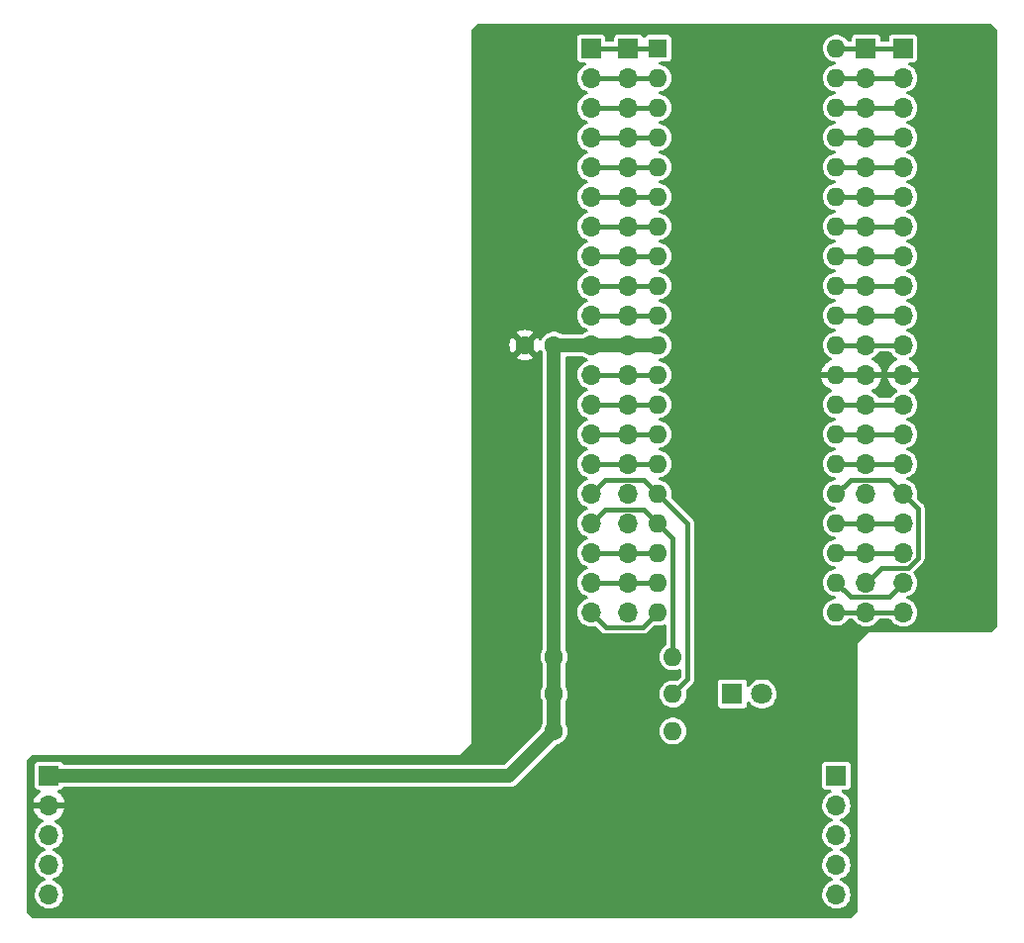
<source format=gtl>
G04 #@! TF.GenerationSoftware,KiCad,Pcbnew,(6.0.10-0)*
G04 #@! TF.CreationDate,2023-01-04T21:44:57+09:00*
G04 #@! TF.ProjectId,MEZ80LED,4d455a38-304c-4454-942e-6b696361645f,A*
G04 #@! TF.SameCoordinates,PX5ee3fe0PY8f872a0*
G04 #@! TF.FileFunction,Copper,L1,Top*
G04 #@! TF.FilePolarity,Positive*
%FSLAX46Y46*%
G04 Gerber Fmt 4.6, Leading zero omitted, Abs format (unit mm)*
G04 Created by KiCad (PCBNEW (6.0.10-0)) date 2023-01-04 21:44:57*
%MOMM*%
%LPD*%
G01*
G04 APERTURE LIST*
G04 #@! TA.AperFunction,ComponentPad*
%ADD10C,1.600000*%
G04 #@! TD*
G04 #@! TA.AperFunction,ComponentPad*
%ADD11O,1.600000X1.600000*%
G04 #@! TD*
G04 #@! TA.AperFunction,ComponentPad*
%ADD12R,1.600000X1.600000*%
G04 #@! TD*
G04 #@! TA.AperFunction,ComponentPad*
%ADD13R,1.700000X1.700000*%
G04 #@! TD*
G04 #@! TA.AperFunction,ComponentPad*
%ADD14O,1.700000X1.700000*%
G04 #@! TD*
G04 #@! TA.AperFunction,ComponentPad*
%ADD15R,1.800000X1.800000*%
G04 #@! TD*
G04 #@! TA.AperFunction,ComponentPad*
%ADD16C,1.800000*%
G04 #@! TD*
G04 #@! TA.AperFunction,Conductor*
%ADD17C,0.400000*%
G04 #@! TD*
G04 #@! TA.AperFunction,Conductor*
%ADD18C,1.200000*%
G04 #@! TD*
G04 APERTURE END LIST*
D10*
X45085000Y22860000D03*
D11*
X55245000Y22860000D03*
D12*
X53970000Y74930000D03*
D11*
X53970000Y72390000D03*
X53970000Y69850000D03*
X53970000Y67310000D03*
X53970000Y64770000D03*
X53970000Y62230000D03*
X53970000Y59690000D03*
X53970000Y57150000D03*
X53970000Y54610000D03*
X53970000Y52070000D03*
X53970000Y49530000D03*
X53970000Y46990000D03*
X53970000Y44450000D03*
X53970000Y41910000D03*
X53970000Y39370000D03*
X53970000Y36830000D03*
X53970000Y34290000D03*
X53970000Y31750000D03*
X53970000Y29210000D03*
X53970000Y26670000D03*
X69210000Y26670000D03*
X69210000Y29210000D03*
X69210000Y31750000D03*
X69210000Y34290000D03*
X69210000Y36830000D03*
X69210000Y39370000D03*
X69210000Y41910000D03*
X69210000Y44450000D03*
X69210000Y46990000D03*
X69210000Y49530000D03*
X69210000Y52070000D03*
X69210000Y54610000D03*
X69210000Y57150000D03*
X69210000Y59690000D03*
X69210000Y62230000D03*
X69210000Y64770000D03*
X69210000Y67310000D03*
X69210000Y69850000D03*
X69210000Y72390000D03*
X69210000Y74930000D03*
D13*
X1905000Y12695000D03*
D14*
X1905000Y10155000D03*
X1905000Y7615000D03*
X1905000Y5075000D03*
X1905000Y2535000D03*
D13*
X48260000Y74930000D03*
D14*
X48260000Y72390000D03*
X48260000Y69850000D03*
X48260000Y67310000D03*
X48260000Y64770000D03*
X48260000Y62230000D03*
X48260000Y59690000D03*
X48260000Y57150000D03*
X48260000Y54610000D03*
X48260000Y52070000D03*
X48260000Y49530000D03*
X48260000Y46990000D03*
X48260000Y44450000D03*
X48260000Y41910000D03*
X48260000Y39370000D03*
X48260000Y36830000D03*
X48260000Y34290000D03*
X48260000Y31750000D03*
X48260000Y29210000D03*
X48260000Y26670000D03*
D10*
X45085000Y49530000D03*
X42585000Y49530000D03*
X45085000Y16510000D03*
D11*
X55245000Y16510000D03*
D10*
X45085000Y19685000D03*
D11*
X55245000Y19685000D03*
D13*
X74930000Y74930000D03*
D14*
X74930000Y72390000D03*
X74930000Y69850000D03*
X74930000Y67310000D03*
X74930000Y64770000D03*
X74930000Y62230000D03*
X74930000Y59690000D03*
X74930000Y57150000D03*
X74930000Y54610000D03*
X74930000Y52070000D03*
X74930000Y49530000D03*
X74930000Y46990000D03*
X74930000Y44450000D03*
X74930000Y41910000D03*
X74930000Y39370000D03*
X74930000Y36830000D03*
X74930000Y34290000D03*
X74930000Y31750000D03*
X74930000Y29210000D03*
X74930000Y26670000D03*
D13*
X69215000Y12695000D03*
D14*
X69215000Y10155000D03*
X69215000Y7615000D03*
X69215000Y5075000D03*
X69215000Y2535000D03*
D15*
X60325000Y19685000D03*
D16*
X62865000Y19685000D03*
D13*
X71755000Y74930000D03*
D14*
X71755000Y72390000D03*
X71755000Y69850000D03*
X71755000Y67310000D03*
X71755000Y64770000D03*
X71755000Y62230000D03*
X71755000Y59690000D03*
X71755000Y57150000D03*
X71755000Y54610000D03*
X71755000Y52070000D03*
X71755000Y49530000D03*
X71755000Y46990000D03*
X71755000Y44450000D03*
X71755000Y41910000D03*
X71755000Y39370000D03*
X71755000Y36830000D03*
X71755000Y34290000D03*
X71755000Y31750000D03*
X71755000Y29210000D03*
X71755000Y26670000D03*
D13*
X51435000Y74930000D03*
D14*
X51435000Y72390000D03*
X51435000Y69850000D03*
X51435000Y67310000D03*
X51435000Y64770000D03*
X51435000Y62230000D03*
X51435000Y59690000D03*
X51435000Y57150000D03*
X51435000Y54610000D03*
X51435000Y52070000D03*
X51435000Y49530000D03*
X51435000Y46990000D03*
X51435000Y44450000D03*
X51435000Y41910000D03*
X51435000Y39370000D03*
X51435000Y36830000D03*
X51435000Y34290000D03*
X51435000Y31750000D03*
X51435000Y29210000D03*
X51435000Y26670000D03*
D17*
X74935000Y46995000D02*
X69220000Y46995000D01*
X69220000Y46995000D02*
X69215000Y46990000D01*
D18*
X41265000Y12690000D02*
X45085000Y16510000D01*
X45085000Y49530000D02*
X53970000Y49530000D01*
X2540000Y12690000D02*
X41265000Y12690000D01*
X45085000Y16510000D02*
X45085000Y49530000D01*
D17*
X48270000Y74930000D02*
X48265000Y74935000D01*
X53975000Y74930000D02*
X48270000Y74930000D01*
X53970000Y72395000D02*
X53975000Y72390000D01*
X48265000Y72395000D02*
X53970000Y72395000D01*
X48270000Y69850000D02*
X48265000Y69855000D01*
X53975000Y69850000D02*
X48270000Y69850000D01*
X53970000Y67315000D02*
X53975000Y67310000D01*
X48265000Y67315000D02*
X53970000Y67315000D01*
X48270000Y64770000D02*
X48265000Y64775000D01*
X53975000Y64770000D02*
X48270000Y64770000D01*
X48265000Y62235000D02*
X53970000Y62235000D01*
X53970000Y62235000D02*
X53975000Y62230000D01*
X53975000Y59690000D02*
X48270000Y59690000D01*
X48270000Y59690000D02*
X48265000Y59695000D01*
X48270000Y57150000D02*
X48265000Y57155000D01*
X53975000Y57150000D02*
X48270000Y57150000D01*
X53970000Y54615000D02*
X53975000Y54610000D01*
X48265000Y54615000D02*
X53970000Y54615000D01*
X53975000Y52070000D02*
X48270000Y52070000D01*
X48270000Y52070000D02*
X48265000Y52075000D01*
X48270000Y46990000D02*
X48265000Y46995000D01*
X53975000Y46990000D02*
X48270000Y46990000D01*
X48265000Y44455000D02*
X53970000Y44455000D01*
X53970000Y44455000D02*
X53975000Y44450000D01*
X53975000Y41910000D02*
X48270000Y41910000D01*
X48270000Y41910000D02*
X48265000Y41915000D01*
X48265000Y39375000D02*
X53970000Y39375000D01*
X53970000Y39375000D02*
X53975000Y39370000D01*
X74935000Y34295000D02*
X69220000Y34295000D01*
X69220000Y34295000D02*
X69215000Y34290000D01*
X69215000Y39370000D02*
X74930000Y39370000D01*
X69215000Y74930000D02*
X74930000Y74930000D01*
X69220000Y72395000D02*
X69215000Y72390000D01*
X74935000Y72395000D02*
X69220000Y72395000D01*
X69215000Y69850000D02*
X74930000Y69850000D01*
X74935000Y67315000D02*
X69220000Y67315000D01*
X69220000Y67315000D02*
X69215000Y67310000D01*
X69215000Y64770000D02*
X74930000Y64770000D01*
X69220000Y62235000D02*
X69215000Y62230000D01*
X74935000Y62235000D02*
X69220000Y62235000D01*
X69215000Y59690000D02*
X74930000Y59690000D01*
X74935000Y57155000D02*
X69220000Y57155000D01*
X69220000Y57155000D02*
X69215000Y57150000D01*
X69215000Y54610000D02*
X74930000Y54610000D01*
X74935000Y52075000D02*
X69220000Y52075000D01*
X69220000Y52075000D02*
X69215000Y52070000D01*
X69215000Y49530000D02*
X74930000Y49530000D01*
X48265000Y29215000D02*
X53970000Y29215000D01*
X53970000Y29215000D02*
X53975000Y29210000D01*
X53975000Y26670000D02*
X52705000Y25400000D01*
X52705000Y25400000D02*
X49540000Y25400000D01*
X49540000Y25400000D02*
X48265000Y26675000D01*
X69215000Y31750000D02*
X74930000Y31750000D01*
X74935000Y36835000D02*
X73737600Y38032400D01*
X70417400Y38032400D02*
X69215000Y36830000D01*
X73737600Y38032400D02*
X70417400Y38032400D01*
X75360451Y30480000D02*
X73030000Y30480000D01*
X73030000Y30480000D02*
X71760000Y29210000D01*
X74935000Y36835000D02*
X76205000Y35565000D01*
X76205000Y35565000D02*
X76205000Y31324549D01*
X76205000Y31324549D02*
X75360451Y30480000D01*
X69215000Y26670000D02*
X74930000Y26670000D01*
X69215000Y44450000D02*
X74930000Y44450000D01*
X55245000Y33015000D02*
X53970000Y34290000D01*
X48265000Y34295000D02*
X49467400Y35497400D01*
X49467400Y35497400D02*
X52767600Y35497400D01*
X55245000Y22860000D02*
X55245000Y33015000D01*
X52767600Y35497400D02*
X53975000Y34290000D01*
X48270000Y31750000D02*
X48265000Y31755000D01*
X53975000Y31750000D02*
X48270000Y31750000D01*
X69220000Y41915000D02*
X69215000Y41910000D01*
X74935000Y41915000D02*
X69220000Y41915000D01*
X73727600Y28007600D02*
X70417400Y28007600D01*
X70417400Y28007600D02*
X69215000Y29210000D01*
X74935000Y29215000D02*
X73727600Y28007600D01*
X49467400Y38037400D02*
X48265000Y36835000D01*
X52767600Y38037400D02*
X49467400Y38037400D01*
X56515000Y34285000D02*
X53970000Y36830000D01*
X56515000Y20955000D02*
X56515000Y34285000D01*
X55245000Y19685000D02*
X56515000Y20955000D01*
X53975000Y36830000D02*
X52767600Y38037400D01*
G04 #@! TA.AperFunction,Conductor*
G36*
X82515931Y76979998D02*
G01*
X82536905Y76963095D01*
X82963095Y76536905D01*
X82997121Y76474593D01*
X83000000Y76447810D01*
X83000000Y25552190D01*
X82979998Y25484069D01*
X82963095Y25463095D01*
X82536905Y25036905D01*
X82474593Y25002879D01*
X82447810Y25000000D01*
X72000000Y25000000D01*
X71266428Y24266428D01*
X71265859Y24266997D01*
X71264734Y24265334D01*
X71260848Y24262825D01*
X71254400Y24254646D01*
X71251953Y24252419D01*
X71248230Y24248230D01*
X71000000Y24000000D01*
X71000000Y1052190D01*
X70979998Y984069D01*
X70963095Y963095D01*
X70536905Y536905D01*
X70474593Y502879D01*
X70447810Y500000D01*
X552190Y500000D01*
X484069Y520002D01*
X463095Y536905D01*
X36905Y963095D01*
X2879Y1025407D01*
X0Y1052190D01*
X0Y9887034D01*
X573257Y9887034D01*
X603565Y9752554D01*
X606645Y9742725D01*
X686770Y9545397D01*
X691413Y9536206D01*
X802694Y9354612D01*
X808777Y9346301D01*
X948213Y9185333D01*
X955580Y9178117D01*
X1119434Y9042084D01*
X1127881Y9036169D01*
X1311756Y8928721D01*
X1321043Y8924271D01*
X1343682Y8915626D01*
X1400186Y8872638D01*
X1424478Y8805927D01*
X1408847Y8736672D01*
X1363156Y8689631D01*
X1357307Y8686151D01*
X1196341Y8590386D01*
X1030457Y8444910D01*
X893863Y8271640D01*
X791131Y8076380D01*
X725703Y7865667D01*
X699770Y7646560D01*
X714200Y7426396D01*
X715621Y7420800D01*
X715622Y7420795D01*
X767090Y7218143D01*
X768511Y7212548D01*
X770928Y7207306D01*
X770928Y7207305D01*
X809046Y7124621D01*
X860883Y7012179D01*
X988222Y6831998D01*
X1146264Y6678039D01*
X1151060Y6674834D01*
X1151063Y6674832D01*
X1235261Y6618573D01*
X1329717Y6555460D01*
X1335020Y6553182D01*
X1335023Y6553180D01*
X1527129Y6470645D01*
X1532436Y6468365D01*
X1538071Y6467090D01*
X1538074Y6467089D01*
X1539484Y6466770D01*
X1540083Y6466436D01*
X1543562Y6465306D01*
X1543340Y6464623D01*
X1601511Y6432228D01*
X1635016Y6369634D01*
X1629362Y6298863D01*
X1586344Y6242384D01*
X1555287Y6225665D01*
X1391376Y6165196D01*
X1391368Y6165192D01*
X1385957Y6163196D01*
X1196341Y6050386D01*
X1030457Y5904910D01*
X893863Y5731640D01*
X791131Y5536380D01*
X725703Y5325667D01*
X699770Y5106560D01*
X714200Y4886396D01*
X715621Y4880800D01*
X715622Y4880795D01*
X767090Y4678143D01*
X768511Y4672548D01*
X770928Y4667306D01*
X770928Y4667305D01*
X809046Y4584621D01*
X860883Y4472179D01*
X988222Y4291998D01*
X1146264Y4138039D01*
X1151060Y4134834D01*
X1151063Y4134832D01*
X1235261Y4078573D01*
X1329717Y4015460D01*
X1335020Y4013182D01*
X1335023Y4013180D01*
X1527129Y3930645D01*
X1532436Y3928365D01*
X1538071Y3927090D01*
X1538074Y3927089D01*
X1539484Y3926770D01*
X1540083Y3926436D01*
X1543562Y3925306D01*
X1543340Y3924623D01*
X1601511Y3892228D01*
X1635016Y3829634D01*
X1629362Y3758863D01*
X1586344Y3702384D01*
X1555287Y3685665D01*
X1391376Y3625196D01*
X1391368Y3625192D01*
X1385957Y3623196D01*
X1196341Y3510386D01*
X1030457Y3364910D01*
X893863Y3191640D01*
X791131Y2996380D01*
X725703Y2785667D01*
X699770Y2566560D01*
X714200Y2346396D01*
X715621Y2340800D01*
X715622Y2340795D01*
X767090Y2138143D01*
X768511Y2132548D01*
X770928Y2127306D01*
X770928Y2127305D01*
X809046Y2044621D01*
X860883Y1932179D01*
X988222Y1751998D01*
X1146264Y1598039D01*
X1151060Y1594834D01*
X1151063Y1594832D01*
X1235261Y1538573D01*
X1329717Y1475460D01*
X1335020Y1473182D01*
X1335023Y1473180D01*
X1527129Y1390645D01*
X1532436Y1388365D01*
X1612088Y1370342D01*
X1741995Y1340946D01*
X1742001Y1340945D01*
X1747632Y1339671D01*
X1753403Y1339444D01*
X1753405Y1339444D01*
X1821211Y1336780D01*
X1968098Y1331009D01*
X2077275Y1346839D01*
X2180738Y1361840D01*
X2180743Y1361841D01*
X2186452Y1362669D01*
X2191916Y1364524D01*
X2191921Y1364525D01*
X2389907Y1431732D01*
X2389912Y1431734D01*
X2395379Y1433590D01*
X2587884Y1541398D01*
X2757518Y1682482D01*
X2898602Y1852116D01*
X3006410Y2044621D01*
X3008266Y2050088D01*
X3008268Y2050093D01*
X3075475Y2248079D01*
X3075476Y2248084D01*
X3077331Y2253548D01*
X3078159Y2259257D01*
X3078160Y2259262D01*
X3108458Y2468228D01*
X3108991Y2471902D01*
X3110643Y2535000D01*
X3107743Y2566560D01*
X68009770Y2566560D01*
X68024200Y2346396D01*
X68025621Y2340800D01*
X68025622Y2340795D01*
X68077090Y2138143D01*
X68078511Y2132548D01*
X68080928Y2127306D01*
X68080928Y2127305D01*
X68119046Y2044621D01*
X68170883Y1932179D01*
X68298222Y1751998D01*
X68456264Y1598039D01*
X68461060Y1594834D01*
X68461063Y1594832D01*
X68545261Y1538573D01*
X68639717Y1475460D01*
X68645020Y1473182D01*
X68645023Y1473180D01*
X68837129Y1390645D01*
X68842436Y1388365D01*
X68922088Y1370342D01*
X69051995Y1340946D01*
X69052001Y1340945D01*
X69057632Y1339671D01*
X69063403Y1339444D01*
X69063405Y1339444D01*
X69131211Y1336780D01*
X69278098Y1331009D01*
X69387275Y1346839D01*
X69490738Y1361840D01*
X69490743Y1361841D01*
X69496452Y1362669D01*
X69501916Y1364524D01*
X69501921Y1364525D01*
X69699907Y1431732D01*
X69699912Y1431734D01*
X69705379Y1433590D01*
X69897884Y1541398D01*
X70067518Y1682482D01*
X70208602Y1852116D01*
X70316410Y2044621D01*
X70318266Y2050088D01*
X70318268Y2050093D01*
X70385475Y2248079D01*
X70385476Y2248084D01*
X70387331Y2253548D01*
X70388159Y2259257D01*
X70388160Y2259262D01*
X70418458Y2468228D01*
X70418991Y2471902D01*
X70420643Y2535000D01*
X70400454Y2754711D01*
X70340565Y2967064D01*
X70242980Y3164947D01*
X70110967Y3341733D01*
X69948949Y3491501D01*
X69762350Y3609236D01*
X69559955Y3689983D01*
X69504096Y3733804D01*
X69480795Y3800868D01*
X69497451Y3869883D01*
X69548775Y3918937D01*
X69566144Y3926326D01*
X69699907Y3971732D01*
X69699912Y3971734D01*
X69705379Y3973590D01*
X69897884Y4081398D01*
X70067518Y4222482D01*
X70208602Y4392116D01*
X70316410Y4584621D01*
X70318266Y4590088D01*
X70318268Y4590093D01*
X70385475Y4788079D01*
X70385476Y4788084D01*
X70387331Y4793548D01*
X70388159Y4799257D01*
X70388160Y4799262D01*
X70418458Y5008228D01*
X70418991Y5011902D01*
X70420643Y5075000D01*
X70400454Y5294711D01*
X70340565Y5507064D01*
X70242980Y5704947D01*
X70110967Y5881733D01*
X69948949Y6031501D01*
X69762350Y6149236D01*
X69559955Y6229983D01*
X69504096Y6273804D01*
X69480795Y6340868D01*
X69497451Y6409883D01*
X69548775Y6458937D01*
X69566144Y6466326D01*
X69699907Y6511732D01*
X69699912Y6511734D01*
X69705379Y6513590D01*
X69897884Y6621398D01*
X70067518Y6762482D01*
X70208602Y6932116D01*
X70316410Y7124621D01*
X70318266Y7130088D01*
X70318268Y7130093D01*
X70385475Y7328079D01*
X70385476Y7328084D01*
X70387331Y7333548D01*
X70388159Y7339257D01*
X70388160Y7339262D01*
X70418458Y7548228D01*
X70418991Y7551902D01*
X70420643Y7615000D01*
X70400454Y7834711D01*
X70340565Y8047064D01*
X70242980Y8244947D01*
X70110967Y8421733D01*
X69948949Y8571501D01*
X69762350Y8689236D01*
X69559955Y8769983D01*
X69504096Y8813804D01*
X69480795Y8880868D01*
X69497451Y8949883D01*
X69548775Y8998937D01*
X69566144Y9006326D01*
X69699907Y9051732D01*
X69699912Y9051734D01*
X69705379Y9053590D01*
X69897884Y9161398D01*
X69917987Y9178117D01*
X70063086Y9298796D01*
X70067518Y9302482D01*
X70208602Y9472116D01*
X70316410Y9664621D01*
X70318266Y9670088D01*
X70318268Y9670093D01*
X70385475Y9868079D01*
X70385476Y9868084D01*
X70387331Y9873548D01*
X70388159Y9879257D01*
X70388160Y9879262D01*
X70418458Y10088228D01*
X70418991Y10091902D01*
X70420643Y10155000D01*
X70400454Y10374711D01*
X70340565Y10587064D01*
X70242980Y10784947D01*
X70110967Y10961733D01*
X69948949Y11111501D01*
X69762350Y11229236D01*
X69722348Y11245195D01*
X69706620Y11251470D01*
X69650760Y11295291D01*
X69627460Y11362355D01*
X69644116Y11431370D01*
X69695440Y11480424D01*
X69753310Y11494500D01*
X70098218Y11494500D01*
X70102768Y11495170D01*
X70102771Y11495170D01*
X70157426Y11503216D01*
X70157427Y11503216D01*
X70167112Y11504642D01*
X70261804Y11551133D01*
X70262507Y11551478D01*
X70262509Y11551479D01*
X70271855Y11556068D01*
X70354293Y11638650D01*
X70405536Y11743482D01*
X70415500Y11811782D01*
X70415500Y13578218D01*
X70406871Y13636838D01*
X70406784Y13637426D01*
X70406784Y13637427D01*
X70405358Y13647112D01*
X70353932Y13751855D01*
X70271350Y13834293D01*
X70166518Y13885536D01*
X70136027Y13889984D01*
X70102744Y13894840D01*
X70102740Y13894840D01*
X70098218Y13895500D01*
X68331782Y13895500D01*
X68327232Y13894830D01*
X68327229Y13894830D01*
X68272574Y13886784D01*
X68272573Y13886784D01*
X68262888Y13885358D01*
X68212992Y13860860D01*
X68167493Y13838522D01*
X68167491Y13838521D01*
X68158145Y13833932D01*
X68075707Y13751350D01*
X68024464Y13646518D01*
X68014500Y13578218D01*
X68014500Y11811782D01*
X68015170Y11807232D01*
X68015170Y11807229D01*
X68023216Y11752574D01*
X68024642Y11742888D01*
X68076068Y11638145D01*
X68158650Y11555707D01*
X68263482Y11504464D01*
X68293973Y11500016D01*
X68327256Y11495160D01*
X68327260Y11495160D01*
X68331782Y11494500D01*
X68671570Y11494500D01*
X68739691Y11474498D01*
X68786184Y11420842D01*
X68796288Y11350568D01*
X68766794Y11285988D01*
X68715180Y11250288D01*
X68706382Y11247042D01*
X68695957Y11243196D01*
X68690996Y11240244D01*
X68690995Y11240244D01*
X68573350Y11170252D01*
X68506341Y11130386D01*
X68340457Y10984910D01*
X68203863Y10811640D01*
X68101131Y10616380D01*
X68035703Y10405667D01*
X68009770Y10186560D01*
X68024200Y9966396D01*
X68025621Y9960800D01*
X68025622Y9960795D01*
X68077090Y9758143D01*
X68078511Y9752548D01*
X68080928Y9747306D01*
X68080928Y9747305D01*
X68119046Y9664621D01*
X68170883Y9552179D01*
X68298222Y9371998D01*
X68456264Y9218039D01*
X68461060Y9214834D01*
X68461063Y9214832D01*
X68545261Y9158573D01*
X68639717Y9095460D01*
X68645020Y9093182D01*
X68645023Y9093180D01*
X68763953Y9042084D01*
X68842436Y9008365D01*
X68848071Y9007090D01*
X68848074Y9007089D01*
X68849484Y9006770D01*
X68850083Y9006436D01*
X68853562Y9005306D01*
X68853340Y9004623D01*
X68911511Y8972228D01*
X68945016Y8909634D01*
X68939362Y8838863D01*
X68896344Y8782384D01*
X68865287Y8765665D01*
X68701376Y8705196D01*
X68701368Y8705192D01*
X68695957Y8703196D01*
X68506341Y8590386D01*
X68340457Y8444910D01*
X68203863Y8271640D01*
X68101131Y8076380D01*
X68035703Y7865667D01*
X68009770Y7646560D01*
X68024200Y7426396D01*
X68025621Y7420800D01*
X68025622Y7420795D01*
X68077090Y7218143D01*
X68078511Y7212548D01*
X68080928Y7207306D01*
X68080928Y7207305D01*
X68119046Y7124621D01*
X68170883Y7012179D01*
X68298222Y6831998D01*
X68456264Y6678039D01*
X68461060Y6674834D01*
X68461063Y6674832D01*
X68545261Y6618573D01*
X68639717Y6555460D01*
X68645020Y6553182D01*
X68645023Y6553180D01*
X68837129Y6470645D01*
X68842436Y6468365D01*
X68848071Y6467090D01*
X68848074Y6467089D01*
X68849484Y6466770D01*
X68850083Y6466436D01*
X68853562Y6465306D01*
X68853340Y6464623D01*
X68911511Y6432228D01*
X68945016Y6369634D01*
X68939362Y6298863D01*
X68896344Y6242384D01*
X68865287Y6225665D01*
X68701376Y6165196D01*
X68701368Y6165192D01*
X68695957Y6163196D01*
X68506341Y6050386D01*
X68340457Y5904910D01*
X68203863Y5731640D01*
X68101131Y5536380D01*
X68035703Y5325667D01*
X68009770Y5106560D01*
X68024200Y4886396D01*
X68025621Y4880800D01*
X68025622Y4880795D01*
X68077090Y4678143D01*
X68078511Y4672548D01*
X68080928Y4667306D01*
X68080928Y4667305D01*
X68119046Y4584621D01*
X68170883Y4472179D01*
X68298222Y4291998D01*
X68456264Y4138039D01*
X68461060Y4134834D01*
X68461063Y4134832D01*
X68545261Y4078573D01*
X68639717Y4015460D01*
X68645020Y4013182D01*
X68645023Y4013180D01*
X68837129Y3930645D01*
X68842436Y3928365D01*
X68848071Y3927090D01*
X68848074Y3927089D01*
X68849484Y3926770D01*
X68850083Y3926436D01*
X68853562Y3925306D01*
X68853340Y3924623D01*
X68911511Y3892228D01*
X68945016Y3829634D01*
X68939362Y3758863D01*
X68896344Y3702384D01*
X68865287Y3685665D01*
X68701376Y3625196D01*
X68701368Y3625192D01*
X68695957Y3623196D01*
X68506341Y3510386D01*
X68340457Y3364910D01*
X68203863Y3191640D01*
X68101131Y2996380D01*
X68035703Y2785667D01*
X68009770Y2566560D01*
X3107743Y2566560D01*
X3090454Y2754711D01*
X3030565Y2967064D01*
X2932980Y3164947D01*
X2800967Y3341733D01*
X2638949Y3491501D01*
X2452350Y3609236D01*
X2249955Y3689983D01*
X2194096Y3733804D01*
X2170795Y3800868D01*
X2187451Y3869883D01*
X2238775Y3918937D01*
X2256144Y3926326D01*
X2389907Y3971732D01*
X2389912Y3971734D01*
X2395379Y3973590D01*
X2587884Y4081398D01*
X2757518Y4222482D01*
X2898602Y4392116D01*
X3006410Y4584621D01*
X3008266Y4590088D01*
X3008268Y4590093D01*
X3075475Y4788079D01*
X3075476Y4788084D01*
X3077331Y4793548D01*
X3078159Y4799257D01*
X3078160Y4799262D01*
X3108458Y5008228D01*
X3108991Y5011902D01*
X3110643Y5075000D01*
X3090454Y5294711D01*
X3030565Y5507064D01*
X2932980Y5704947D01*
X2800967Y5881733D01*
X2638949Y6031501D01*
X2452350Y6149236D01*
X2249955Y6229983D01*
X2194096Y6273804D01*
X2170795Y6340868D01*
X2187451Y6409883D01*
X2238775Y6458937D01*
X2256144Y6466326D01*
X2389907Y6511732D01*
X2389912Y6511734D01*
X2395379Y6513590D01*
X2587884Y6621398D01*
X2757518Y6762482D01*
X2898602Y6932116D01*
X3006410Y7124621D01*
X3008266Y7130088D01*
X3008268Y7130093D01*
X3075475Y7328079D01*
X3075476Y7328084D01*
X3077331Y7333548D01*
X3078159Y7339257D01*
X3078160Y7339262D01*
X3108458Y7548228D01*
X3108991Y7551902D01*
X3110643Y7615000D01*
X3090454Y7834711D01*
X3030565Y8047064D01*
X2932980Y8244947D01*
X2800967Y8421733D01*
X2638949Y8571501D01*
X2453702Y8688383D01*
X2453700Y8688385D01*
X2452350Y8689236D01*
X2452517Y8689501D01*
X2403071Y8736198D01*
X2386002Y8805112D01*
X2408901Y8872314D01*
X2456454Y8912871D01*
X2598095Y8982261D01*
X2606945Y8987536D01*
X2780328Y9111208D01*
X2788200Y9117861D01*
X2939052Y9268188D01*
X2945730Y9276035D01*
X3070003Y9448980D01*
X3075313Y9457817D01*
X3169670Y9648733D01*
X3173469Y9658328D01*
X3235377Y9862090D01*
X3237555Y9872163D01*
X3238986Y9883038D01*
X3236775Y9897222D01*
X3223617Y9901000D01*
X588225Y9901000D01*
X574694Y9897027D01*
X573257Y9887034D01*
X0Y9887034D01*
X0Y10420817D01*
X569389Y10420817D01*
X570912Y10412393D01*
X583292Y10409000D01*
X3223344Y10409000D01*
X3236875Y10412973D01*
X3238180Y10422053D01*
X3196214Y10589125D01*
X3192894Y10598876D01*
X3107972Y10794186D01*
X3103105Y10803261D01*
X2987426Y10982074D01*
X2981136Y10990243D01*
X2837806Y11147760D01*
X2830273Y11154785D01*
X2684868Y11269618D01*
X2643805Y11327535D01*
X2640573Y11398458D01*
X2676198Y11459870D01*
X2739369Y11492272D01*
X2762960Y11494500D01*
X2788218Y11494500D01*
X2792768Y11495170D01*
X2792771Y11495170D01*
X2847426Y11503216D01*
X2847427Y11503216D01*
X2857112Y11504642D01*
X2951804Y11551133D01*
X2952507Y11551478D01*
X2952509Y11551479D01*
X2961855Y11556068D01*
X3044293Y11638650D01*
X3059047Y11668833D01*
X3106932Y11721249D01*
X3172247Y11739500D01*
X41249568Y11739500D01*
X41253086Y11739451D01*
X41328589Y11737342D01*
X41328592Y11737342D01*
X41334972Y11737164D01*
X41391191Y11747077D01*
X41400322Y11748343D01*
X41457110Y11754112D01*
X41478145Y11760704D01*
X41482811Y11762166D01*
X41498607Y11766016D01*
X41518847Y11769585D01*
X41518856Y11769587D01*
X41525137Y11770695D01*
X41531070Y11773044D01*
X41578206Y11791706D01*
X41586909Y11794788D01*
X41588084Y11795156D01*
X41641373Y11811856D01*
X41664939Y11824919D01*
X41679629Y11831862D01*
X41704675Y11841779D01*
X41752431Y11873030D01*
X41760336Y11877798D01*
X41804672Y11902374D01*
X41810261Y11905472D01*
X41830712Y11923001D01*
X41843718Y11932766D01*
X41862198Y11944859D01*
X41866254Y11947513D01*
X41870968Y11951758D01*
X41907753Y11988543D01*
X41914850Y11995116D01*
X41952032Y12026985D01*
X41956875Y12031136D01*
X41974600Y12053986D01*
X41985058Y12065848D01*
X45267797Y15348587D01*
X45330109Y15382613D01*
X45338813Y15384188D01*
X45349013Y15385667D01*
X45354730Y15386496D01*
X45433987Y15413400D01*
X45549483Y15452605D01*
X45549488Y15452607D01*
X45554955Y15454463D01*
X45559998Y15457287D01*
X45734395Y15554954D01*
X45734399Y15554957D01*
X45739442Y15557781D01*
X45902012Y15692988D01*
X46037219Y15855558D01*
X46040043Y15860601D01*
X46040046Y15860605D01*
X46137713Y16035002D01*
X46137714Y16035004D01*
X46140537Y16040045D01*
X46142393Y16045512D01*
X46142395Y16045517D01*
X46206647Y16234800D01*
X46208504Y16240270D01*
X46238846Y16449530D01*
X46240429Y16510000D01*
X46237650Y16540246D01*
X54089967Y16540246D01*
X54103796Y16329251D01*
X54105217Y16323655D01*
X54105218Y16323650D01*
X54127784Y16234800D01*
X54155845Y16124310D01*
X54244369Y15932286D01*
X54366405Y15759609D01*
X54517865Y15612063D01*
X54522661Y15608858D01*
X54522664Y15608856D01*
X54665936Y15513125D01*
X54693677Y15494589D01*
X54698985Y15492308D01*
X54698986Y15492308D01*
X54882650Y15413400D01*
X54882653Y15413399D01*
X54887953Y15411122D01*
X54893582Y15409848D01*
X54893583Y15409848D01*
X55088550Y15365731D01*
X55088553Y15365731D01*
X55094186Y15364456D01*
X55099957Y15364229D01*
X55099959Y15364229D01*
X55161989Y15361792D01*
X55305470Y15356154D01*
X55311179Y15356982D01*
X55311183Y15356982D01*
X55509015Y15385667D01*
X55509019Y15385668D01*
X55514730Y15386496D01*
X55593987Y15413400D01*
X55709483Y15452605D01*
X55709488Y15452607D01*
X55714955Y15454463D01*
X55719998Y15457287D01*
X55894395Y15554954D01*
X55894399Y15554957D01*
X55899442Y15557781D01*
X56062012Y15692988D01*
X56197219Y15855558D01*
X56200043Y15860601D01*
X56200046Y15860605D01*
X56297713Y16035002D01*
X56297714Y16035004D01*
X56300537Y16040045D01*
X56302393Y16045512D01*
X56302395Y16045517D01*
X56366647Y16234800D01*
X56368504Y16240270D01*
X56398846Y16449530D01*
X56400429Y16510000D01*
X56381081Y16720560D01*
X56372658Y16750428D01*
X56325255Y16918504D01*
X56323686Y16924069D01*
X56312553Y16946646D01*
X56232719Y17108531D01*
X56230165Y17113710D01*
X56103651Y17283133D01*
X55948381Y17426663D01*
X55769554Y17539495D01*
X55573160Y17617848D01*
X55567503Y17618973D01*
X55567497Y17618975D01*
X55371442Y17657972D01*
X55371440Y17657972D01*
X55365775Y17659099D01*
X55360000Y17659175D01*
X55359996Y17659175D01*
X55253976Y17660563D01*
X55154346Y17661867D01*
X55148649Y17660888D01*
X55148648Y17660888D01*
X54951650Y17627038D01*
X54951649Y17627038D01*
X54945953Y17626059D01*
X54747575Y17552873D01*
X54742614Y17549921D01*
X54742613Y17549921D01*
X54725089Y17539495D01*
X54565856Y17444762D01*
X54406881Y17305345D01*
X54275976Y17139292D01*
X54273287Y17134181D01*
X54273285Y17134178D01*
X54259792Y17108531D01*
X54177523Y16952164D01*
X54114820Y16750227D01*
X54089967Y16540246D01*
X46237650Y16540246D01*
X46221081Y16720560D01*
X46212658Y16750428D01*
X46165255Y16918504D01*
X46163686Y16924069D01*
X46152553Y16946646D01*
X46072719Y17108531D01*
X46070165Y17113710D01*
X46060541Y17126598D01*
X46035810Y17193148D01*
X46035500Y17201986D01*
X46035500Y18994610D01*
X46051566Y19056176D01*
X46137713Y19210002D01*
X46137714Y19210004D01*
X46140537Y19215045D01*
X46142393Y19220512D01*
X46142395Y19220517D01*
X46206647Y19409800D01*
X46208504Y19415270D01*
X46216803Y19472502D01*
X46238314Y19620860D01*
X46238314Y19620862D01*
X46238846Y19624530D01*
X46240429Y19685000D01*
X46221081Y19895560D01*
X46163686Y20099069D01*
X46156161Y20114330D01*
X46072719Y20283531D01*
X46070165Y20288710D01*
X46060541Y20301598D01*
X46035810Y20368148D01*
X46035500Y20376986D01*
X46035500Y22169610D01*
X46051566Y22231176D01*
X46137713Y22385002D01*
X46137714Y22385004D01*
X46140537Y22390045D01*
X46142393Y22395512D01*
X46142395Y22395517D01*
X46206647Y22584800D01*
X46208504Y22590270D01*
X46238846Y22799530D01*
X46240429Y22860000D01*
X46221081Y23070560D01*
X46163686Y23274069D01*
X46152553Y23296646D01*
X46072719Y23458531D01*
X46070165Y23463710D01*
X46060541Y23476598D01*
X46035810Y23543148D01*
X46035500Y23551986D01*
X46035500Y48453500D01*
X46055502Y48521621D01*
X46109158Y48568114D01*
X46161500Y48579500D01*
X47483305Y48579500D01*
X47553307Y48558265D01*
X47608149Y48521621D01*
X47684717Y48470460D01*
X47690020Y48468182D01*
X47690023Y48468180D01*
X47880169Y48386487D01*
X47887436Y48383365D01*
X47893071Y48382090D01*
X47893074Y48382089D01*
X47894484Y48381770D01*
X47895083Y48381436D01*
X47898562Y48380306D01*
X47898340Y48379623D01*
X47956511Y48347228D01*
X47990016Y48284634D01*
X47984362Y48213863D01*
X47941344Y48157384D01*
X47910287Y48140665D01*
X47746376Y48080196D01*
X47746368Y48080192D01*
X47740957Y48078196D01*
X47735996Y48075244D01*
X47735995Y48075244D01*
X47618350Y48005252D01*
X47551341Y47965386D01*
X47385457Y47819910D01*
X47248863Y47646640D01*
X47146131Y47451380D01*
X47080703Y47240667D01*
X47054770Y47021560D01*
X47069200Y46801396D01*
X47070621Y46795800D01*
X47070622Y46795795D01*
X47122090Y46593143D01*
X47123511Y46587548D01*
X47125928Y46582306D01*
X47125928Y46582305D01*
X47156955Y46515002D01*
X47215883Y46387179D01*
X47343222Y46206998D01*
X47501264Y46053039D01*
X47506060Y46049834D01*
X47506063Y46049832D01*
X47590261Y45993573D01*
X47684717Y45930460D01*
X47690020Y45928182D01*
X47690023Y45928180D01*
X47880169Y45846487D01*
X47887436Y45843365D01*
X47893071Y45842090D01*
X47893074Y45842089D01*
X47894484Y45841770D01*
X47895083Y45841436D01*
X47898562Y45840306D01*
X47898340Y45839623D01*
X47956511Y45807228D01*
X47990016Y45744634D01*
X47984362Y45673863D01*
X47941344Y45617384D01*
X47910287Y45600665D01*
X47746376Y45540196D01*
X47746368Y45540192D01*
X47740957Y45538196D01*
X47735996Y45535244D01*
X47735995Y45535244D01*
X47703041Y45515638D01*
X47551341Y45425386D01*
X47385457Y45279910D01*
X47248863Y45106640D01*
X47146131Y44911380D01*
X47080703Y44700667D01*
X47054770Y44481560D01*
X47069200Y44261396D01*
X47070621Y44255800D01*
X47070622Y44255795D01*
X47122090Y44053143D01*
X47123511Y44047548D01*
X47125928Y44042306D01*
X47125928Y44042305D01*
X47198573Y43884728D01*
X47215883Y43847179D01*
X47343222Y43666998D01*
X47501264Y43513039D01*
X47506060Y43509834D01*
X47506063Y43509832D01*
X47590261Y43453573D01*
X47684717Y43390460D01*
X47690020Y43388182D01*
X47690023Y43388180D01*
X47880169Y43306487D01*
X47887436Y43303365D01*
X47893071Y43302090D01*
X47893074Y43302089D01*
X47894484Y43301770D01*
X47895083Y43301436D01*
X47898562Y43300306D01*
X47898340Y43299623D01*
X47956511Y43267228D01*
X47990016Y43204634D01*
X47984362Y43133863D01*
X47941344Y43077384D01*
X47910287Y43060665D01*
X47746376Y43000196D01*
X47746368Y43000192D01*
X47740957Y42998196D01*
X47551341Y42885386D01*
X47385457Y42739910D01*
X47248863Y42566640D01*
X47146131Y42371380D01*
X47080703Y42160667D01*
X47054770Y41941560D01*
X47069200Y41721396D01*
X47070621Y41715800D01*
X47070622Y41715795D01*
X47122090Y41513143D01*
X47123511Y41507548D01*
X47125928Y41502306D01*
X47125928Y41502305D01*
X47198573Y41344728D01*
X47215883Y41307179D01*
X47343222Y41126998D01*
X47501264Y40973039D01*
X47506060Y40969834D01*
X47506063Y40969832D01*
X47590261Y40913573D01*
X47684717Y40850460D01*
X47690020Y40848182D01*
X47690023Y40848180D01*
X47880169Y40766487D01*
X47887436Y40763365D01*
X47893071Y40762090D01*
X47893074Y40762089D01*
X47894484Y40761770D01*
X47895083Y40761436D01*
X47898562Y40760306D01*
X47898340Y40759623D01*
X47956511Y40727228D01*
X47990016Y40664634D01*
X47984362Y40593863D01*
X47941344Y40537384D01*
X47910287Y40520665D01*
X47746376Y40460196D01*
X47746368Y40460192D01*
X47740957Y40458196D01*
X47551341Y40345386D01*
X47385457Y40199910D01*
X47248863Y40026640D01*
X47146131Y39831380D01*
X47080703Y39620667D01*
X47054770Y39401560D01*
X47069200Y39181396D01*
X47070621Y39175800D01*
X47070622Y39175795D01*
X47122090Y38973143D01*
X47123511Y38967548D01*
X47125928Y38962306D01*
X47125928Y38962305D01*
X47164046Y38879621D01*
X47215883Y38767179D01*
X47343222Y38586998D01*
X47501264Y38433039D01*
X47506060Y38429834D01*
X47506063Y38429832D01*
X47590261Y38373573D01*
X47684717Y38310460D01*
X47690020Y38308182D01*
X47690023Y38308180D01*
X47846834Y38240809D01*
X47887436Y38223365D01*
X47893071Y38222090D01*
X47893074Y38222089D01*
X47894484Y38221770D01*
X47895083Y38221436D01*
X47898562Y38220306D01*
X47898340Y38219623D01*
X47956511Y38187228D01*
X47990016Y38124634D01*
X47984362Y38053863D01*
X47941344Y37997384D01*
X47910287Y37980665D01*
X47746376Y37920196D01*
X47746368Y37920192D01*
X47740957Y37918196D01*
X47551341Y37805386D01*
X47385457Y37659910D01*
X47248863Y37486640D01*
X47146131Y37291380D01*
X47080703Y37080667D01*
X47054770Y36861560D01*
X47069200Y36641396D01*
X47070621Y36635800D01*
X47070622Y36635795D01*
X47122090Y36433143D01*
X47123511Y36427548D01*
X47125928Y36422306D01*
X47125928Y36422305D01*
X47164046Y36339621D01*
X47215883Y36227179D01*
X47343222Y36046998D01*
X47501264Y35893039D01*
X47506060Y35889834D01*
X47506063Y35889832D01*
X47590261Y35833573D01*
X47684717Y35770460D01*
X47690020Y35768182D01*
X47690023Y35768180D01*
X47838010Y35704600D01*
X47887436Y35683365D01*
X47893071Y35682090D01*
X47893074Y35682089D01*
X47894484Y35681770D01*
X47895083Y35681436D01*
X47898562Y35680306D01*
X47898340Y35679623D01*
X47956511Y35647228D01*
X47990016Y35584634D01*
X47984362Y35513863D01*
X47941344Y35457384D01*
X47910287Y35440665D01*
X47746376Y35380196D01*
X47746368Y35380192D01*
X47740957Y35378196D01*
X47735996Y35375244D01*
X47735995Y35375244D01*
X47671673Y35336976D01*
X47551341Y35265386D01*
X47385457Y35119910D01*
X47248863Y34946640D01*
X47146131Y34751380D01*
X47080703Y34540667D01*
X47054770Y34321560D01*
X47069200Y34101396D01*
X47070621Y34095800D01*
X47070622Y34095795D01*
X47122090Y33893143D01*
X47123511Y33887548D01*
X47125928Y33882306D01*
X47125928Y33882305D01*
X47198679Y33724498D01*
X47215883Y33687179D01*
X47343222Y33506998D01*
X47501264Y33353039D01*
X47506060Y33349834D01*
X47506063Y33349832D01*
X47613869Y33277799D01*
X47684717Y33230460D01*
X47690020Y33228182D01*
X47690023Y33228180D01*
X47838015Y33164598D01*
X47887436Y33143365D01*
X47893071Y33142090D01*
X47893074Y33142089D01*
X47894484Y33141770D01*
X47895083Y33141436D01*
X47898562Y33140306D01*
X47898340Y33139623D01*
X47956511Y33107228D01*
X47990016Y33044634D01*
X47984362Y32973863D01*
X47941344Y32917384D01*
X47910287Y32900665D01*
X47746376Y32840196D01*
X47746368Y32840192D01*
X47740957Y32838196D01*
X47551341Y32725386D01*
X47385457Y32579910D01*
X47248863Y32406640D01*
X47146131Y32211380D01*
X47080703Y32000667D01*
X47054770Y31781560D01*
X47069200Y31561396D01*
X47070621Y31555800D01*
X47070622Y31555795D01*
X47122090Y31353143D01*
X47123511Y31347548D01*
X47215883Y31147179D01*
X47343222Y30966998D01*
X47501264Y30813039D01*
X47506060Y30809834D01*
X47506063Y30809832D01*
X47590261Y30753573D01*
X47684717Y30690460D01*
X47690020Y30688182D01*
X47690023Y30688180D01*
X47843971Y30622039D01*
X47887436Y30603365D01*
X47893071Y30602090D01*
X47893074Y30602089D01*
X47894484Y30601770D01*
X47895083Y30601436D01*
X47898562Y30600306D01*
X47898340Y30599623D01*
X47956511Y30567228D01*
X47990016Y30504634D01*
X47984362Y30433863D01*
X47941344Y30377384D01*
X47910287Y30360665D01*
X47746376Y30300196D01*
X47746368Y30300192D01*
X47740957Y30298196D01*
X47735996Y30295244D01*
X47735995Y30295244D01*
X47604656Y30217105D01*
X47551341Y30185386D01*
X47385457Y30039910D01*
X47248863Y29866640D01*
X47146131Y29671380D01*
X47080703Y29460667D01*
X47054770Y29241560D01*
X47069200Y29021396D01*
X47070621Y29015800D01*
X47070622Y29015795D01*
X47122090Y28813143D01*
X47123511Y28807548D01*
X47125928Y28802306D01*
X47125928Y28802305D01*
X47198679Y28644498D01*
X47215883Y28607179D01*
X47343222Y28426998D01*
X47501264Y28273039D01*
X47506060Y28269834D01*
X47506063Y28269832D01*
X47590261Y28213573D01*
X47684717Y28150460D01*
X47690020Y28148182D01*
X47690023Y28148180D01*
X47843017Y28082449D01*
X47887436Y28063365D01*
X47893071Y28062090D01*
X47893074Y28062089D01*
X47894484Y28061770D01*
X47895083Y28061436D01*
X47898562Y28060306D01*
X47898340Y28059623D01*
X47956511Y28027228D01*
X47990016Y27964634D01*
X47984362Y27893863D01*
X47941344Y27837384D01*
X47910287Y27820665D01*
X47746376Y27760196D01*
X47746368Y27760192D01*
X47740957Y27758196D01*
X47735996Y27755244D01*
X47735995Y27755244D01*
X47604656Y27677105D01*
X47551341Y27645386D01*
X47385457Y27499910D01*
X47248863Y27326640D01*
X47146131Y27131380D01*
X47080703Y26920667D01*
X47054770Y26701560D01*
X47069200Y26481396D01*
X47070621Y26475800D01*
X47070622Y26475795D01*
X47122090Y26273143D01*
X47123511Y26267548D01*
X47125928Y26262306D01*
X47125928Y26262305D01*
X47164046Y26179621D01*
X47215883Y26067179D01*
X47343222Y25886998D01*
X47501264Y25733039D01*
X47506060Y25729834D01*
X47506063Y25729832D01*
X47590261Y25673573D01*
X47684717Y25610460D01*
X47690020Y25608182D01*
X47690023Y25608180D01*
X47843971Y25542039D01*
X47887436Y25523365D01*
X47962198Y25506448D01*
X48096995Y25475946D01*
X48097001Y25475945D01*
X48102632Y25474671D01*
X48108403Y25474444D01*
X48108405Y25474444D01*
X48176211Y25471780D01*
X48323098Y25466009D01*
X48447655Y25484069D01*
X48535738Y25496840D01*
X48535743Y25496841D01*
X48541452Y25497669D01*
X48546916Y25499524D01*
X48546921Y25499525D01*
X48558606Y25503492D01*
X48629541Y25506448D01*
X48688202Y25473274D01*
X49140118Y25021358D01*
X49143771Y25017549D01*
X49185799Y24971844D01*
X49193099Y24967318D01*
X49193100Y24967317D01*
X49222783Y24948913D01*
X49232553Y24942199D01*
X49267216Y24915888D01*
X49281193Y24910354D01*
X49301202Y24900291D01*
X49306688Y24896889D01*
X49306692Y24896887D01*
X49313986Y24892365D01*
X49322228Y24889971D01*
X49322231Y24889969D01*
X49355784Y24880221D01*
X49366997Y24876382D01*
X49407453Y24860365D01*
X49415996Y24859467D01*
X49415997Y24859467D01*
X49422402Y24858794D01*
X49444380Y24854482D01*
X49458825Y24850285D01*
X49465408Y24849802D01*
X49465411Y24849801D01*
X49467208Y24849669D01*
X49467219Y24849669D01*
X49469515Y24849500D01*
X49504219Y24849500D01*
X49517390Y24848810D01*
X49557454Y24844599D01*
X49565919Y24846031D01*
X49565928Y24846031D01*
X49576000Y24847735D01*
X49597013Y24849500D01*
X52690007Y24849500D01*
X52695284Y24849389D01*
X52757294Y24846790D01*
X52768848Y24849500D01*
X52799662Y24856727D01*
X52811333Y24858890D01*
X52826229Y24860931D01*
X52854432Y24864794D01*
X52868230Y24870765D01*
X52889499Y24877799D01*
X52895775Y24879271D01*
X52904136Y24881232D01*
X52911661Y24885369D01*
X52911664Y24885370D01*
X52942268Y24902195D01*
X52952913Y24907411D01*
X52992855Y24924695D01*
X53004541Y24934158D01*
X53023126Y24946646D01*
X53026733Y24948629D01*
X53036308Y24953893D01*
X53044422Y24960897D01*
X53068958Y24985433D01*
X53078759Y24994258D01*
X53103392Y25014206D01*
X53103393Y25014207D01*
X53110070Y25019614D01*
X53120966Y25034946D01*
X53134576Y25051051D01*
X53597820Y25514296D01*
X53660133Y25548321D01*
X53714723Y25548094D01*
X53819186Y25524456D01*
X53824957Y25524229D01*
X53824959Y25524229D01*
X53879400Y25522090D01*
X54030470Y25516154D01*
X54036179Y25516982D01*
X54036183Y25516982D01*
X54234015Y25545667D01*
X54234019Y25545668D01*
X54239730Y25546496D01*
X54318987Y25573400D01*
X54434483Y25612605D01*
X54434488Y25612607D01*
X54439955Y25614463D01*
X54506937Y25651975D01*
X54576142Y25667807D01*
X54642924Y25643710D01*
X54686077Y25587333D01*
X54694500Y25542039D01*
X54694500Y23942948D01*
X54674498Y23874827D01*
X54632923Y23834663D01*
X54570821Y23797716D01*
X54565856Y23794762D01*
X54406881Y23655345D01*
X54275976Y23489292D01*
X54273287Y23484181D01*
X54273285Y23484178D01*
X54259792Y23458531D01*
X54177523Y23302164D01*
X54114820Y23100227D01*
X54089967Y22890246D01*
X54103796Y22679251D01*
X54105217Y22673655D01*
X54105218Y22673650D01*
X54127784Y22584800D01*
X54155845Y22474310D01*
X54244369Y22282286D01*
X54366405Y22109609D01*
X54517865Y21962063D01*
X54522661Y21958858D01*
X54522664Y21958856D01*
X54665936Y21863125D01*
X54693677Y21844589D01*
X54698985Y21842308D01*
X54698986Y21842308D01*
X54882650Y21763400D01*
X54882653Y21763399D01*
X54887953Y21761122D01*
X54893582Y21759848D01*
X54893583Y21759848D01*
X55088550Y21715731D01*
X55088553Y21715731D01*
X55094186Y21714456D01*
X55099957Y21714229D01*
X55099959Y21714229D01*
X55161989Y21711792D01*
X55305470Y21706154D01*
X55311179Y21706982D01*
X55311183Y21706982D01*
X55509015Y21735667D01*
X55509019Y21735668D01*
X55514730Y21736496D01*
X55626784Y21774533D01*
X55709483Y21802605D01*
X55709488Y21802607D01*
X55714955Y21804463D01*
X55776934Y21839173D01*
X55846142Y21855007D01*
X55912924Y21830910D01*
X55956077Y21774533D01*
X55964500Y21729239D01*
X55964500Y21235216D01*
X55944498Y21167095D01*
X55927596Y21146121D01*
X55772476Y20991000D01*
X55621754Y20840278D01*
X55559441Y20806253D01*
X55508077Y20805794D01*
X55371442Y20832972D01*
X55371440Y20832972D01*
X55365775Y20834099D01*
X55360000Y20834175D01*
X55359996Y20834175D01*
X55253976Y20835563D01*
X55154346Y20836867D01*
X55148649Y20835888D01*
X55148648Y20835888D01*
X54951650Y20802038D01*
X54951649Y20802038D01*
X54945953Y20801059D01*
X54747575Y20727873D01*
X54742614Y20724921D01*
X54742613Y20724921D01*
X54570914Y20622771D01*
X54565856Y20619762D01*
X54406881Y20480345D01*
X54275976Y20314292D01*
X54273287Y20309181D01*
X54273285Y20309178D01*
X54259792Y20283531D01*
X54177523Y20127164D01*
X54114820Y19925227D01*
X54089967Y19715246D01*
X54103796Y19504251D01*
X54105217Y19498655D01*
X54105218Y19498650D01*
X54127784Y19409800D01*
X54155845Y19299310D01*
X54244369Y19107286D01*
X54366405Y18934609D01*
X54517865Y18787063D01*
X54522661Y18783858D01*
X54522664Y18783856D01*
X54607308Y18727299D01*
X54693677Y18669589D01*
X54698985Y18667308D01*
X54698986Y18667308D01*
X54882650Y18588400D01*
X54882653Y18588399D01*
X54887953Y18586122D01*
X54893582Y18584848D01*
X54893583Y18584848D01*
X55088550Y18540731D01*
X55088553Y18540731D01*
X55094186Y18539456D01*
X55099957Y18539229D01*
X55099959Y18539229D01*
X55161989Y18536792D01*
X55305470Y18531154D01*
X55311179Y18531982D01*
X55311183Y18531982D01*
X55509015Y18560667D01*
X55509019Y18560668D01*
X55514730Y18561496D01*
X55615115Y18595572D01*
X55709483Y18627605D01*
X55709488Y18627607D01*
X55714955Y18629463D01*
X55719998Y18632287D01*
X55894395Y18729954D01*
X55894399Y18729957D01*
X55899442Y18732781D01*
X55922288Y18751782D01*
X59074500Y18751782D01*
X59075170Y18747232D01*
X59075170Y18747229D01*
X59083216Y18692574D01*
X59084642Y18682888D01*
X59109140Y18632992D01*
X59127512Y18595572D01*
X59136068Y18578145D01*
X59143438Y18570788D01*
X59210341Y18504002D01*
X59218650Y18495707D01*
X59323482Y18444464D01*
X59353973Y18440016D01*
X59387256Y18435160D01*
X59387260Y18435160D01*
X59391782Y18434500D01*
X61258218Y18434500D01*
X61262768Y18435170D01*
X61262771Y18435170D01*
X61317426Y18443216D01*
X61317427Y18443216D01*
X61327112Y18444642D01*
X61421804Y18491133D01*
X61422507Y18491478D01*
X61422509Y18491479D01*
X61431855Y18496068D01*
X61514293Y18578650D01*
X61565536Y18683482D01*
X61575500Y18751782D01*
X61575500Y18946796D01*
X61595502Y19014917D01*
X61649158Y19061410D01*
X61719432Y19071514D01*
X61784012Y19042020D01*
X61804713Y19019066D01*
X61903402Y18878123D01*
X62058123Y18723402D01*
X62062631Y18720245D01*
X62062634Y18720243D01*
X62194935Y18627605D01*
X62237361Y18597898D01*
X62242343Y18595575D01*
X62242348Y18595572D01*
X62430688Y18507748D01*
X62435670Y18505425D01*
X62440978Y18504003D01*
X62440980Y18504002D01*
X62471938Y18495707D01*
X62647023Y18448793D01*
X62865000Y18429723D01*
X63082977Y18448793D01*
X63258062Y18495707D01*
X63289020Y18504002D01*
X63289022Y18504003D01*
X63294330Y18505425D01*
X63299312Y18507748D01*
X63487652Y18595572D01*
X63487657Y18595575D01*
X63492639Y18597898D01*
X63535065Y18627605D01*
X63667366Y18720243D01*
X63667369Y18720245D01*
X63671877Y18723402D01*
X63826598Y18878123D01*
X63952102Y19057362D01*
X63958702Y19071514D01*
X64042252Y19250688D01*
X64042253Y19250690D01*
X64044575Y19255670D01*
X64054864Y19294067D01*
X64099783Y19461710D01*
X64101207Y19467023D01*
X64120277Y19685000D01*
X64101207Y19902977D01*
X64044575Y20114330D01*
X64042252Y20119312D01*
X63954425Y20307657D01*
X63954423Y20307660D01*
X63952102Y20312638D01*
X63826598Y20491877D01*
X63671877Y20646598D01*
X63667369Y20649755D01*
X63667366Y20649757D01*
X63497148Y20768945D01*
X63497145Y20768947D01*
X63492639Y20772102D01*
X63487657Y20774425D01*
X63487652Y20774428D01*
X63299312Y20862252D01*
X63299311Y20862253D01*
X63294330Y20864575D01*
X63289022Y20865997D01*
X63289020Y20865998D01*
X63211258Y20886834D01*
X63082977Y20921207D01*
X62865000Y20940277D01*
X62647023Y20921207D01*
X62518742Y20886834D01*
X62440980Y20865998D01*
X62440978Y20865997D01*
X62435670Y20864575D01*
X62430690Y20862253D01*
X62430688Y20862252D01*
X62242343Y20774425D01*
X62242340Y20774423D01*
X62237362Y20772102D01*
X62058123Y20646598D01*
X61903402Y20491877D01*
X61855317Y20423204D01*
X61804713Y20350934D01*
X61749256Y20306605D01*
X61678637Y20299296D01*
X61615276Y20331326D01*
X61579291Y20392528D01*
X61575500Y20423204D01*
X61575500Y20618218D01*
X61566871Y20676838D01*
X61566784Y20677426D01*
X61566784Y20677427D01*
X61565358Y20687112D01*
X61525179Y20768947D01*
X61518522Y20782507D01*
X61518521Y20782509D01*
X61513932Y20791855D01*
X61441085Y20864575D01*
X61438721Y20866935D01*
X61438720Y20866935D01*
X61431350Y20874293D01*
X61326518Y20925536D01*
X61296027Y20929984D01*
X61262744Y20934840D01*
X61262740Y20934840D01*
X61258218Y20935500D01*
X59391782Y20935500D01*
X59387232Y20934830D01*
X59387229Y20934830D01*
X59332574Y20926784D01*
X59332573Y20926784D01*
X59322888Y20925358D01*
X59272992Y20900860D01*
X59227493Y20878522D01*
X59227491Y20878521D01*
X59218145Y20873932D01*
X59210787Y20866562D01*
X59210788Y20866562D01*
X59143402Y20799058D01*
X59135707Y20791350D01*
X59084464Y20686518D01*
X59083052Y20676838D01*
X59078091Y20642830D01*
X59074500Y20618218D01*
X59074500Y18751782D01*
X55922288Y18751782D01*
X56062012Y18867988D01*
X56197219Y19030558D01*
X56200043Y19035601D01*
X56200046Y19035605D01*
X56297713Y19210002D01*
X56297714Y19210004D01*
X56300537Y19215045D01*
X56302393Y19220512D01*
X56302395Y19220517D01*
X56366647Y19409800D01*
X56368504Y19415270D01*
X56376803Y19472502D01*
X56398314Y19620860D01*
X56398314Y19620862D01*
X56398846Y19624530D01*
X56400429Y19685000D01*
X56381081Y19895560D01*
X56368789Y19939145D01*
X56369549Y20010134D01*
X56400963Y20062439D01*
X56893642Y20555118D01*
X56897451Y20558771D01*
X56936833Y20594985D01*
X56943156Y20600799D01*
X56951101Y20613612D01*
X56966087Y20637783D01*
X56972801Y20647553D01*
X56999112Y20682216D01*
X57004646Y20696193D01*
X57014709Y20716202D01*
X57018111Y20721688D01*
X57018113Y20721692D01*
X57022635Y20728986D01*
X57025029Y20737228D01*
X57025031Y20737231D01*
X57034779Y20770784D01*
X57038618Y20781997D01*
X57054635Y20822453D01*
X57055741Y20832972D01*
X57056206Y20837402D01*
X57060519Y20859385D01*
X57062873Y20867486D01*
X57064715Y20873825D01*
X57065500Y20884515D01*
X57065500Y20919219D01*
X57066190Y20932390D01*
X57066446Y20934830D01*
X57070401Y20972454D01*
X57068969Y20980919D01*
X57068969Y20980928D01*
X57067265Y20991000D01*
X57065500Y21012013D01*
X57065500Y34270007D01*
X57065611Y34275283D01*
X57067495Y34320246D01*
X57068210Y34337294D01*
X57058274Y34379659D01*
X57056111Y34391328D01*
X57051372Y34425923D01*
X57051371Y34425925D01*
X57050206Y34434432D01*
X57044237Y34448226D01*
X57037205Y34469490D01*
X57035733Y34475767D01*
X57035730Y34475774D01*
X57033769Y34484136D01*
X57012802Y34522274D01*
X57007580Y34532934D01*
X57001846Y34546184D01*
X56990305Y34572855D01*
X56980843Y34584540D01*
X56968355Y34603124D01*
X56961107Y34616307D01*
X56954103Y34624422D01*
X56929567Y34648958D01*
X56920742Y34658759D01*
X56900794Y34683392D01*
X56900793Y34683393D01*
X56895386Y34690070D01*
X56888388Y34695043D01*
X56888383Y34695048D01*
X56880052Y34700968D01*
X56863946Y34714579D01*
X55128394Y36450131D01*
X55094368Y36512443D01*
X55094876Y36560071D01*
X55093504Y36560270D01*
X55123314Y36765860D01*
X55123314Y36765862D01*
X55123846Y36769530D01*
X55125429Y36830000D01*
X55106081Y37040560D01*
X55048686Y37244069D01*
X55037553Y37266646D01*
X54957719Y37428531D01*
X54955165Y37433710D01*
X54828651Y37603133D01*
X54673381Y37746663D01*
X54494554Y37859495D01*
X54298160Y37937848D01*
X54292503Y37938973D01*
X54292497Y37938975D01*
X54095234Y37978212D01*
X54032324Y38011119D01*
X53997192Y38072814D01*
X54000992Y38143709D01*
X54042517Y38201295D01*
X54101734Y38226487D01*
X54234015Y38245667D01*
X54234019Y38245668D01*
X54239730Y38246496D01*
X54318987Y38273400D01*
X54434483Y38312605D01*
X54434488Y38312607D01*
X54439955Y38314463D01*
X54444998Y38317287D01*
X54619395Y38414954D01*
X54619399Y38414957D01*
X54624442Y38417781D01*
X54787012Y38552988D01*
X54922219Y38715558D01*
X54925043Y38720601D01*
X54925046Y38720605D01*
X55022713Y38895002D01*
X55022714Y38895004D01*
X55025537Y38900045D01*
X55027393Y38905512D01*
X55027395Y38905517D01*
X55089525Y39088548D01*
X55093504Y39100270D01*
X55123846Y39309530D01*
X55125429Y39370000D01*
X55106081Y39580560D01*
X55048686Y39784069D01*
X55037553Y39806646D01*
X54957719Y39968531D01*
X54955165Y39973710D01*
X54828651Y40143133D01*
X54673381Y40286663D01*
X54494554Y40399495D01*
X54298160Y40477848D01*
X54292503Y40478973D01*
X54292497Y40478975D01*
X54095234Y40518212D01*
X54032324Y40551119D01*
X53997192Y40612814D01*
X54000992Y40683709D01*
X54042517Y40741295D01*
X54101734Y40766487D01*
X54234015Y40785667D01*
X54234019Y40785668D01*
X54239730Y40786496D01*
X54318987Y40813400D01*
X54434483Y40852605D01*
X54434488Y40852607D01*
X54439955Y40854463D01*
X54444998Y40857287D01*
X54619395Y40954954D01*
X54619399Y40954957D01*
X54624442Y40957781D01*
X54787012Y41092988D01*
X54922219Y41255558D01*
X54925043Y41260601D01*
X54925046Y41260605D01*
X55022713Y41435002D01*
X55022714Y41435004D01*
X55025537Y41440045D01*
X55027393Y41445512D01*
X55027395Y41445517D01*
X55089525Y41628548D01*
X55093504Y41640270D01*
X55123846Y41849530D01*
X55125429Y41910000D01*
X55106081Y42120560D01*
X55048686Y42324069D01*
X55037553Y42346646D01*
X54957719Y42508531D01*
X54955165Y42513710D01*
X54828651Y42683133D01*
X54673381Y42826663D01*
X54494554Y42939495D01*
X54298160Y43017848D01*
X54292503Y43018973D01*
X54292497Y43018975D01*
X54095234Y43058212D01*
X54032324Y43091119D01*
X53997192Y43152814D01*
X54000992Y43223709D01*
X54042517Y43281295D01*
X54101734Y43306487D01*
X54234015Y43325667D01*
X54234019Y43325668D01*
X54239730Y43326496D01*
X54318987Y43353400D01*
X54434483Y43392605D01*
X54434488Y43392607D01*
X54439955Y43394463D01*
X54444998Y43397287D01*
X54619395Y43494954D01*
X54619399Y43494957D01*
X54624442Y43497781D01*
X54787012Y43632988D01*
X54922219Y43795558D01*
X54925043Y43800601D01*
X54925046Y43800605D01*
X55022713Y43975002D01*
X55022714Y43975004D01*
X55025537Y43980045D01*
X55027393Y43985512D01*
X55027395Y43985517D01*
X55089525Y44168548D01*
X55093504Y44180270D01*
X55123846Y44389530D01*
X55125429Y44450000D01*
X55106081Y44660560D01*
X55048686Y44864069D01*
X55037553Y44886646D01*
X54957719Y45048531D01*
X54955165Y45053710D01*
X54828651Y45223133D01*
X54673381Y45366663D01*
X54494554Y45479495D01*
X54298160Y45557848D01*
X54292503Y45558973D01*
X54292497Y45558975D01*
X54095234Y45598212D01*
X54032324Y45631119D01*
X53997192Y45692814D01*
X54000992Y45763709D01*
X54042517Y45821295D01*
X54101734Y45846487D01*
X54234015Y45865667D01*
X54234019Y45865668D01*
X54239730Y45866496D01*
X54318987Y45893400D01*
X54434483Y45932605D01*
X54434488Y45932607D01*
X54439955Y45934463D01*
X54444998Y45937287D01*
X54619395Y46034954D01*
X54619399Y46034957D01*
X54624442Y46037781D01*
X54787012Y46172988D01*
X54922219Y46335558D01*
X54925043Y46340601D01*
X54925046Y46340605D01*
X55022713Y46515002D01*
X55022714Y46515004D01*
X55025537Y46520045D01*
X55027393Y46525512D01*
X55027395Y46525517D01*
X55091647Y46714800D01*
X55093504Y46720270D01*
X55093969Y46723478D01*
X67927273Y46723478D01*
X67974764Y46546239D01*
X67978510Y46535947D01*
X68070586Y46338489D01*
X68076069Y46328993D01*
X68201028Y46150533D01*
X68208084Y46142125D01*
X68362125Y45988084D01*
X68370533Y45981028D01*
X68548993Y45856069D01*
X68558489Y45850586D01*
X68755947Y45758510D01*
X68771413Y45752881D01*
X68770733Y45751012D01*
X68823897Y45718613D01*
X68854924Y45654755D01*
X68846501Y45584260D01*
X68801303Y45529509D01*
X68774282Y45515638D01*
X68712575Y45492873D01*
X68707614Y45489921D01*
X68707613Y45489921D01*
X68572577Y45409583D01*
X68530856Y45384762D01*
X68371881Y45245345D01*
X68240976Y45079292D01*
X68238287Y45074181D01*
X68238285Y45074178D01*
X68210758Y45021858D01*
X68142523Y44892164D01*
X68079820Y44690227D01*
X68054967Y44480246D01*
X68068796Y44269251D01*
X68070217Y44263655D01*
X68070218Y44263650D01*
X68119424Y44069905D01*
X68120845Y44064310D01*
X68123262Y44059067D01*
X68169107Y43959621D01*
X68209369Y43872286D01*
X68331405Y43699609D01*
X68482865Y43552063D01*
X68487661Y43548858D01*
X68487664Y43548856D01*
X68620509Y43460092D01*
X68658677Y43434589D01*
X68663985Y43432308D01*
X68663986Y43432308D01*
X68847650Y43353400D01*
X68847653Y43353399D01*
X68852953Y43351122D01*
X68858582Y43349848D01*
X68858583Y43349848D01*
X69053550Y43305731D01*
X69053553Y43305731D01*
X69059186Y43304456D01*
X69064958Y43304229D01*
X69070687Y43303475D01*
X69070327Y43300743D01*
X69126604Y43281784D01*
X69170950Y43226341D01*
X69178282Y43155724D01*
X69146271Y43092353D01*
X69085081Y43056349D01*
X69075704Y43054368D01*
X68916650Y43027038D01*
X68916649Y43027038D01*
X68910953Y43026059D01*
X68712575Y42952873D01*
X68707614Y42949921D01*
X68707613Y42949921D01*
X68572577Y42869583D01*
X68530856Y42844762D01*
X68371881Y42705345D01*
X68240976Y42539292D01*
X68238287Y42534181D01*
X68238285Y42534178D01*
X68210045Y42480502D01*
X68142523Y42352164D01*
X68079820Y42150227D01*
X68054967Y41940246D01*
X68068796Y41729251D01*
X68070217Y41723655D01*
X68070218Y41723650D01*
X68119424Y41529905D01*
X68120845Y41524310D01*
X68123262Y41519067D01*
X68169107Y41419621D01*
X68209369Y41332286D01*
X68331405Y41159609D01*
X68482865Y41012063D01*
X68487661Y41008858D01*
X68487664Y41008856D01*
X68620509Y40920092D01*
X68658677Y40894589D01*
X68663985Y40892308D01*
X68663986Y40892308D01*
X68847650Y40813400D01*
X68847653Y40813399D01*
X68852953Y40811122D01*
X68858582Y40809848D01*
X68858583Y40809848D01*
X69053550Y40765731D01*
X69053553Y40765731D01*
X69059186Y40764456D01*
X69064958Y40764229D01*
X69070687Y40763475D01*
X69070327Y40760743D01*
X69126604Y40741784D01*
X69170950Y40686341D01*
X69178282Y40615724D01*
X69146271Y40552353D01*
X69085081Y40516349D01*
X69075704Y40514368D01*
X68916650Y40487038D01*
X68916649Y40487038D01*
X68910953Y40486059D01*
X68712575Y40412873D01*
X68707614Y40409921D01*
X68707613Y40409921D01*
X68572577Y40329583D01*
X68530856Y40304762D01*
X68371881Y40165345D01*
X68240976Y39999292D01*
X68238287Y39994181D01*
X68238285Y39994178D01*
X68210758Y39941858D01*
X68142523Y39812164D01*
X68079820Y39610227D01*
X68054967Y39400246D01*
X68068796Y39189251D01*
X68070217Y39183655D01*
X68070218Y39183650D01*
X68119424Y38989905D01*
X68120845Y38984310D01*
X68123262Y38979067D01*
X68169107Y38879621D01*
X68209369Y38792286D01*
X68331405Y38619609D01*
X68379655Y38572606D01*
X68458122Y38496167D01*
X68482865Y38472063D01*
X68487661Y38468858D01*
X68487664Y38468856D01*
X68571579Y38412786D01*
X68658677Y38354589D01*
X68663985Y38352308D01*
X68663986Y38352308D01*
X68847650Y38273400D01*
X68847653Y38273399D01*
X68852953Y38271122D01*
X68858582Y38269848D01*
X68858583Y38269848D01*
X69053550Y38225731D01*
X69053553Y38225731D01*
X69059186Y38224456D01*
X69064958Y38224229D01*
X69070687Y38223475D01*
X69070327Y38220743D01*
X69126604Y38201784D01*
X69170950Y38146341D01*
X69178282Y38075724D01*
X69146271Y38012353D01*
X69085081Y37976349D01*
X69075704Y37974368D01*
X68916650Y37947038D01*
X68916649Y37947038D01*
X68910953Y37946059D01*
X68712575Y37872873D01*
X68707614Y37869921D01*
X68707613Y37869921D01*
X68572577Y37789583D01*
X68530856Y37764762D01*
X68371881Y37625345D01*
X68240976Y37459292D01*
X68238287Y37454181D01*
X68238285Y37454178D01*
X68224792Y37428531D01*
X68142523Y37272164D01*
X68079820Y37070227D01*
X68054967Y36860246D01*
X68068796Y36649251D01*
X68070217Y36643655D01*
X68070218Y36643650D01*
X68097187Y36537462D01*
X68120845Y36444310D01*
X68123262Y36439067D01*
X68169107Y36339621D01*
X68209369Y36252286D01*
X68331405Y36079609D01*
X68372766Y36039317D01*
X68458122Y35956167D01*
X68482865Y35932063D01*
X68487661Y35928858D01*
X68487664Y35928856D01*
X68591421Y35859528D01*
X68658677Y35814589D01*
X68663985Y35812308D01*
X68663986Y35812308D01*
X68847650Y35733400D01*
X68847653Y35733399D01*
X68852953Y35731122D01*
X68858582Y35729848D01*
X68858583Y35729848D01*
X69053550Y35685731D01*
X69053553Y35685731D01*
X69059186Y35684456D01*
X69064958Y35684229D01*
X69070687Y35683475D01*
X69070327Y35680743D01*
X69126604Y35661784D01*
X69170950Y35606341D01*
X69178282Y35535724D01*
X69146271Y35472353D01*
X69085081Y35436349D01*
X69075704Y35434368D01*
X68916650Y35407038D01*
X68916649Y35407038D01*
X68910953Y35406059D01*
X68712575Y35332873D01*
X68707614Y35329921D01*
X68707613Y35329921D01*
X68572577Y35249583D01*
X68530856Y35224762D01*
X68371881Y35085345D01*
X68240976Y34919292D01*
X68238287Y34914181D01*
X68238285Y34914178D01*
X68202152Y34845500D01*
X68142523Y34732164D01*
X68079820Y34530227D01*
X68054967Y34320246D01*
X68068796Y34109251D01*
X68070217Y34103655D01*
X68070218Y34103650D01*
X68119367Y33910130D01*
X68120845Y33904310D01*
X68123262Y33899067D01*
X68169107Y33799621D01*
X68209369Y33712286D01*
X68331405Y33539609D01*
X68482865Y33392063D01*
X68487661Y33388858D01*
X68487664Y33388856D01*
X68571058Y33333134D01*
X68658677Y33274589D01*
X68663985Y33272308D01*
X68663986Y33272308D01*
X68847650Y33193400D01*
X68847653Y33193399D01*
X68852953Y33191122D01*
X68858582Y33189848D01*
X68858583Y33189848D01*
X69053550Y33145731D01*
X69053553Y33145731D01*
X69059186Y33144456D01*
X69064958Y33144229D01*
X69070687Y33143475D01*
X69070327Y33140743D01*
X69126604Y33121784D01*
X69170950Y33066341D01*
X69178282Y32995724D01*
X69146271Y32932353D01*
X69085081Y32896349D01*
X69075704Y32894368D01*
X68916650Y32867038D01*
X68916649Y32867038D01*
X68910953Y32866059D01*
X68712575Y32792873D01*
X68707614Y32789921D01*
X68707613Y32789921D01*
X68572577Y32709583D01*
X68530856Y32684762D01*
X68371881Y32545345D01*
X68240976Y32379292D01*
X68238287Y32374181D01*
X68238285Y32374178D01*
X68210045Y32320502D01*
X68142523Y32192164D01*
X68079820Y31990227D01*
X68054967Y31780246D01*
X68068796Y31569251D01*
X68070217Y31563655D01*
X68070218Y31563650D01*
X68072213Y31555795D01*
X68120845Y31364310D01*
X68209369Y31172286D01*
X68331405Y30999609D01*
X68482865Y30852063D01*
X68487661Y30848858D01*
X68487664Y30848856D01*
X68620509Y30760092D01*
X68658677Y30734589D01*
X68663985Y30732308D01*
X68663986Y30732308D01*
X68847650Y30653400D01*
X68847653Y30653399D01*
X68852953Y30651122D01*
X68858582Y30649848D01*
X68858583Y30649848D01*
X69053550Y30605731D01*
X69053553Y30605731D01*
X69059186Y30604456D01*
X69064958Y30604229D01*
X69070687Y30603475D01*
X69070327Y30600743D01*
X69126604Y30581784D01*
X69170950Y30526341D01*
X69178282Y30455724D01*
X69146271Y30392353D01*
X69085081Y30356349D01*
X69075704Y30354368D01*
X68916650Y30327038D01*
X68916649Y30327038D01*
X68910953Y30326059D01*
X68712575Y30252873D01*
X68707614Y30249921D01*
X68707613Y30249921D01*
X68572577Y30169583D01*
X68530856Y30144762D01*
X68371881Y30005345D01*
X68240976Y29839292D01*
X68238287Y29834181D01*
X68238285Y29834178D01*
X68210758Y29781858D01*
X68142523Y29652164D01*
X68079820Y29450227D01*
X68054967Y29240246D01*
X68068796Y29029251D01*
X68070217Y29023655D01*
X68070218Y29023650D01*
X68116092Y28843025D01*
X68120845Y28824310D01*
X68123262Y28819067D01*
X68166811Y28724602D01*
X68209369Y28632286D01*
X68331405Y28459609D01*
X68482865Y28312063D01*
X68487661Y28308858D01*
X68487664Y28308856D01*
X68620509Y28220092D01*
X68658677Y28194589D01*
X68663985Y28192308D01*
X68663986Y28192308D01*
X68847650Y28113400D01*
X68847653Y28113399D01*
X68852953Y28111122D01*
X68858582Y28109848D01*
X68858583Y28109848D01*
X69053550Y28065731D01*
X69053553Y28065731D01*
X69059186Y28064456D01*
X69064958Y28064229D01*
X69070687Y28063475D01*
X69070327Y28060743D01*
X69126604Y28041784D01*
X69170950Y27986341D01*
X69178282Y27915724D01*
X69146271Y27852353D01*
X69085081Y27816349D01*
X69075704Y27814368D01*
X68916650Y27787038D01*
X68916649Y27787038D01*
X68910953Y27786059D01*
X68712575Y27712873D01*
X68707614Y27709921D01*
X68707613Y27709921D01*
X68568595Y27627214D01*
X68530856Y27604762D01*
X68371881Y27465345D01*
X68240976Y27299292D01*
X68238287Y27294181D01*
X68238285Y27294178D01*
X68199521Y27220500D01*
X68142523Y27112164D01*
X68079820Y26910227D01*
X68054967Y26700246D01*
X68068796Y26489251D01*
X68070217Y26483655D01*
X68070218Y26483650D01*
X68106656Y26340180D01*
X68120845Y26284310D01*
X68123262Y26279067D01*
X68169107Y26179621D01*
X68209369Y26092286D01*
X68331405Y25919609D01*
X68482865Y25772063D01*
X68487661Y25768858D01*
X68487664Y25768856D01*
X68620509Y25680092D01*
X68658677Y25654589D01*
X68663985Y25652308D01*
X68663986Y25652308D01*
X68847650Y25573400D01*
X68847653Y25573399D01*
X68852953Y25571122D01*
X68858582Y25569848D01*
X68858583Y25569848D01*
X69053550Y25525731D01*
X69053553Y25525731D01*
X69059186Y25524456D01*
X69064957Y25524229D01*
X69064959Y25524229D01*
X69119400Y25522090D01*
X69270470Y25516154D01*
X69276179Y25516982D01*
X69276183Y25516982D01*
X69474015Y25545667D01*
X69474019Y25545668D01*
X69479730Y25546496D01*
X69558987Y25573400D01*
X69674483Y25612605D01*
X69674488Y25612607D01*
X69679955Y25614463D01*
X69684998Y25617287D01*
X69859395Y25714954D01*
X69859399Y25714957D01*
X69864442Y25717781D01*
X70027012Y25852988D01*
X70162219Y26015558D01*
X70165038Y26020591D01*
X70165041Y26020596D01*
X70184344Y26055065D01*
X70235080Y26104727D01*
X70294279Y26119500D01*
X70608664Y26119500D01*
X70676785Y26099498D01*
X70711560Y26066221D01*
X70838222Y25886998D01*
X70996264Y25733039D01*
X71001060Y25729834D01*
X71001063Y25729832D01*
X71085261Y25673573D01*
X71179717Y25610460D01*
X71185020Y25608182D01*
X71185023Y25608180D01*
X71338971Y25542039D01*
X71382436Y25523365D01*
X71457198Y25506448D01*
X71591995Y25475946D01*
X71592001Y25475945D01*
X71597632Y25474671D01*
X71603403Y25474444D01*
X71603405Y25474444D01*
X71671211Y25471780D01*
X71818098Y25466009D01*
X71942655Y25484069D01*
X72030738Y25496840D01*
X72030743Y25496841D01*
X72036452Y25497669D01*
X72041916Y25499524D01*
X72041921Y25499525D01*
X72239907Y25566732D01*
X72239912Y25566734D01*
X72245379Y25568590D01*
X72437884Y25676398D01*
X72484243Y25714954D01*
X72603086Y25813796D01*
X72607518Y25817482D01*
X72748602Y25987116D01*
X72751426Y25992158D01*
X72786657Y26055067D01*
X72837394Y26104728D01*
X72896591Y26119500D01*
X73783664Y26119500D01*
X73851785Y26099498D01*
X73886560Y26066221D01*
X74013222Y25886998D01*
X74171264Y25733039D01*
X74176060Y25729834D01*
X74176063Y25729832D01*
X74260261Y25673573D01*
X74354717Y25610460D01*
X74360020Y25608182D01*
X74360023Y25608180D01*
X74513971Y25542039D01*
X74557436Y25523365D01*
X74632198Y25506448D01*
X74766995Y25475946D01*
X74767001Y25475945D01*
X74772632Y25474671D01*
X74778403Y25474444D01*
X74778405Y25474444D01*
X74846211Y25471780D01*
X74993098Y25466009D01*
X75117655Y25484069D01*
X75205738Y25496840D01*
X75205743Y25496841D01*
X75211452Y25497669D01*
X75216916Y25499524D01*
X75216921Y25499525D01*
X75414907Y25566732D01*
X75414912Y25566734D01*
X75420379Y25568590D01*
X75612884Y25676398D01*
X75659243Y25714954D01*
X75778086Y25813796D01*
X75782518Y25817482D01*
X75844256Y25891713D01*
X75919908Y25982674D01*
X75919910Y25982677D01*
X75923602Y25987116D01*
X75997741Y26119500D01*
X76028586Y26174578D01*
X76028587Y26174580D01*
X76031410Y26179621D01*
X76033266Y26185088D01*
X76033268Y26185093D01*
X76100475Y26383079D01*
X76100476Y26383084D01*
X76102331Y26388548D01*
X76103159Y26394257D01*
X76103160Y26394262D01*
X76133458Y26603228D01*
X76133991Y26606902D01*
X76135643Y26670000D01*
X76115454Y26889711D01*
X76055565Y27102064D01*
X75957980Y27299947D01*
X75851058Y27443133D01*
X75829420Y27472109D01*
X75829420Y27472110D01*
X75825967Y27476733D01*
X75714855Y27579444D01*
X75668189Y27622582D01*
X75668186Y27622584D01*
X75663949Y27626501D01*
X75477350Y27744236D01*
X75274955Y27824983D01*
X75219096Y27868804D01*
X75195795Y27935868D01*
X75212451Y28004883D01*
X75263775Y28053937D01*
X75281144Y28061326D01*
X75414907Y28106732D01*
X75414912Y28106734D01*
X75420379Y28108590D01*
X75612884Y28216398D01*
X75662642Y28257781D01*
X75778086Y28353796D01*
X75782518Y28357482D01*
X75844256Y28431713D01*
X75919908Y28522674D01*
X75919910Y28522677D01*
X75923602Y28527116D01*
X76031410Y28719621D01*
X76033266Y28725088D01*
X76033268Y28725093D01*
X76100475Y28923079D01*
X76100476Y28923084D01*
X76102331Y28928548D01*
X76103159Y28934257D01*
X76103160Y28934262D01*
X76133458Y29143228D01*
X76133991Y29146902D01*
X76135643Y29210000D01*
X76115454Y29429711D01*
X76055565Y29642064D01*
X75957980Y29839947D01*
X75941860Y29861535D01*
X75848133Y29987049D01*
X75826977Y30015381D01*
X75802245Y30081929D01*
X75817419Y30151286D01*
X75838840Y30179864D01*
X76583655Y30924679D01*
X76587464Y30928332D01*
X76616797Y30955305D01*
X76633156Y30970348D01*
X76656087Y31007332D01*
X76662810Y31017114D01*
X76683918Y31044923D01*
X76689112Y31051766D01*
X76694646Y31065745D01*
X76704707Y31085748D01*
X76712635Y31098535D01*
X76723249Y31135067D01*
X76724775Y31140321D01*
X76728621Y31151554D01*
X76728966Y31152424D01*
X76744636Y31192002D01*
X76745534Y31200544D01*
X76745535Y31200549D01*
X76746209Y31206958D01*
X76750520Y31228934D01*
X76752874Y31237037D01*
X76752874Y31237038D01*
X76754715Y31243374D01*
X76755500Y31254064D01*
X76755500Y31288758D01*
X76756190Y31301929D01*
X76759504Y31333459D01*
X76760402Y31342003D01*
X76757265Y31360550D01*
X76755500Y31381563D01*
X76755500Y35550007D01*
X76755611Y35555283D01*
X76756841Y35584634D01*
X76758210Y35617294D01*
X76754134Y35634671D01*
X76748273Y35659662D01*
X76746110Y35671333D01*
X76741372Y35705919D01*
X76740206Y35714432D01*
X76735365Y35725620D01*
X76734235Y35728230D01*
X76727201Y35749499D01*
X76725730Y35755772D01*
X76725729Y35755774D01*
X76723768Y35764136D01*
X76702805Y35802266D01*
X76697583Y35812927D01*
X76683716Y35844973D01*
X76683715Y35844974D01*
X76680305Y35852855D01*
X76670842Y35864541D01*
X76658351Y35883129D01*
X76651106Y35896308D01*
X76644103Y35904422D01*
X76619567Y35928958D01*
X76610742Y35938759D01*
X76590794Y35963392D01*
X76590793Y35963393D01*
X76585386Y35970070D01*
X76578388Y35975043D01*
X76578383Y35975048D01*
X76570052Y35980968D01*
X76553946Y35994579D01*
X76131795Y36416730D01*
X76097769Y36479042D01*
X76101046Y36537001D01*
X76099126Y36537462D01*
X76100475Y36543081D01*
X76102331Y36548548D01*
X76103159Y36554257D01*
X76103160Y36554262D01*
X76133458Y36763228D01*
X76133991Y36766902D01*
X76135643Y36830000D01*
X76115454Y37049711D01*
X76055565Y37262064D01*
X75957980Y37459947D01*
X75952790Y37466898D01*
X75829420Y37632109D01*
X75829420Y37632110D01*
X75825967Y37636733D01*
X75711286Y37742743D01*
X75668189Y37782582D01*
X75668186Y37782584D01*
X75663949Y37786501D01*
X75477350Y37904236D01*
X75274955Y37984983D01*
X75219096Y38028804D01*
X75195795Y38095868D01*
X75212451Y38164883D01*
X75263775Y38213937D01*
X75281144Y38221326D01*
X75414907Y38266732D01*
X75414912Y38266734D01*
X75420379Y38268590D01*
X75612884Y38376398D01*
X75627830Y38388828D01*
X75756890Y38496167D01*
X75782518Y38517482D01*
X75827890Y38572036D01*
X75919908Y38682674D01*
X75919910Y38682677D01*
X75923602Y38687116D01*
X76031410Y38879621D01*
X76033266Y38885088D01*
X76033268Y38885093D01*
X76100475Y39083079D01*
X76100476Y39083084D01*
X76102331Y39088548D01*
X76103159Y39094257D01*
X76103160Y39094262D01*
X76133458Y39303228D01*
X76133991Y39306902D01*
X76135643Y39370000D01*
X76115454Y39589711D01*
X76055565Y39802064D01*
X75957980Y39999947D01*
X75941860Y40021535D01*
X75829420Y40172109D01*
X75829420Y40172110D01*
X75825967Y40176733D01*
X75711286Y40282743D01*
X75668189Y40322582D01*
X75668186Y40322584D01*
X75663949Y40326501D01*
X75477350Y40444236D01*
X75274955Y40524983D01*
X75219096Y40568804D01*
X75195795Y40635868D01*
X75212451Y40704883D01*
X75263775Y40753937D01*
X75281144Y40761326D01*
X75414907Y40806732D01*
X75414912Y40806734D01*
X75420379Y40808590D01*
X75612884Y40916398D01*
X75659243Y40954954D01*
X75778086Y41053796D01*
X75782518Y41057482D01*
X75844256Y41131713D01*
X75919908Y41222674D01*
X75919910Y41222677D01*
X75923602Y41227116D01*
X76031410Y41419621D01*
X76033266Y41425088D01*
X76033268Y41425093D01*
X76100475Y41623079D01*
X76100476Y41623084D01*
X76102331Y41628548D01*
X76103159Y41634257D01*
X76103160Y41634262D01*
X76133458Y41843228D01*
X76133991Y41846902D01*
X76135643Y41910000D01*
X76115454Y42129711D01*
X76055565Y42342064D01*
X75957980Y42539947D01*
X75941860Y42561535D01*
X75829420Y42712109D01*
X75829420Y42712110D01*
X75825967Y42716733D01*
X75711286Y42822743D01*
X75668189Y42862582D01*
X75668186Y42862584D01*
X75663949Y42866501D01*
X75477350Y42984236D01*
X75274955Y43064983D01*
X75219096Y43108804D01*
X75195795Y43175868D01*
X75212451Y43244883D01*
X75263775Y43293937D01*
X75281144Y43301326D01*
X75414907Y43346732D01*
X75414912Y43346734D01*
X75420379Y43348590D01*
X75612884Y43456398D01*
X75659243Y43494954D01*
X75778086Y43593796D01*
X75782518Y43597482D01*
X75844256Y43671713D01*
X75919908Y43762674D01*
X75919910Y43762677D01*
X75923602Y43767116D01*
X76031410Y43959621D01*
X76033266Y43965088D01*
X76033268Y43965093D01*
X76100475Y44163079D01*
X76100476Y44163084D01*
X76102331Y44168548D01*
X76103159Y44174257D01*
X76103160Y44174262D01*
X76133458Y44383228D01*
X76133991Y44386902D01*
X76135643Y44450000D01*
X76115454Y44669711D01*
X76055565Y44882064D01*
X75957980Y45079947D01*
X75941860Y45101535D01*
X75829420Y45252109D01*
X75829420Y45252110D01*
X75825967Y45256733D01*
X75711286Y45362743D01*
X75668189Y45402582D01*
X75668186Y45402584D01*
X75663949Y45406501D01*
X75478702Y45523383D01*
X75478700Y45523385D01*
X75477350Y45524236D01*
X75477517Y45524501D01*
X75428071Y45571198D01*
X75411002Y45640112D01*
X75433901Y45707314D01*
X75481454Y45747871D01*
X75623095Y45817261D01*
X75631945Y45822536D01*
X75805328Y45946208D01*
X75813200Y45952861D01*
X75964052Y46103188D01*
X75970730Y46111035D01*
X76095003Y46283980D01*
X76100313Y46292817D01*
X76194670Y46483733D01*
X76198469Y46493328D01*
X76260377Y46697090D01*
X76262555Y46707163D01*
X76263986Y46718038D01*
X76261775Y46732222D01*
X76248617Y46736000D01*
X73613225Y46736000D01*
X73599694Y46732027D01*
X73598257Y46722034D01*
X73628565Y46587554D01*
X73631645Y46577725D01*
X73711770Y46380397D01*
X73716413Y46371206D01*
X73827694Y46189612D01*
X73833777Y46181301D01*
X73973213Y46020333D01*
X73980580Y46013117D01*
X74144434Y45877084D01*
X74152881Y45871169D01*
X74336756Y45763721D01*
X74346043Y45759271D01*
X74368682Y45750626D01*
X74425186Y45707638D01*
X74449478Y45640927D01*
X74433847Y45571672D01*
X74388156Y45524631D01*
X74307114Y45476416D01*
X74221341Y45425386D01*
X74055457Y45279910D01*
X74013785Y45227049D01*
X73922443Y45111182D01*
X73922440Y45111178D01*
X73918863Y45106640D01*
X73898444Y45067830D01*
X73849028Y45016860D01*
X73786938Y45000500D01*
X72900511Y45000500D01*
X72832390Y45020502D01*
X72787507Y45070768D01*
X72785536Y45074764D01*
X72785535Y45074766D01*
X72782980Y45079947D01*
X72766860Y45101535D01*
X72654420Y45252109D01*
X72654420Y45252110D01*
X72650967Y45256733D01*
X72536286Y45362743D01*
X72493189Y45402582D01*
X72493186Y45402584D01*
X72488949Y45406501D01*
X72303702Y45523383D01*
X72303700Y45523385D01*
X72302350Y45524236D01*
X72302517Y45524501D01*
X72253071Y45571198D01*
X72236002Y45640112D01*
X72258901Y45707314D01*
X72306454Y45747871D01*
X72448095Y45817261D01*
X72456945Y45822536D01*
X72630328Y45946208D01*
X72638200Y45952861D01*
X72789052Y46103188D01*
X72795730Y46111035D01*
X72920003Y46283980D01*
X72925313Y46292817D01*
X73019670Y46483733D01*
X73023469Y46493328D01*
X73085377Y46697090D01*
X73087555Y46707163D01*
X73088986Y46718038D01*
X73086775Y46732222D01*
X73073617Y46736000D01*
X67942033Y46736000D01*
X67928502Y46732027D01*
X67927273Y46723478D01*
X55093969Y46723478D01*
X55123846Y46929530D01*
X55125429Y46990000D01*
X55106081Y47200560D01*
X55088895Y47261497D01*
X67928606Y47261497D01*
X67928942Y47247401D01*
X67936884Y47244000D01*
X73073344Y47244000D01*
X73086875Y47247973D01*
X73088180Y47257053D01*
X73046214Y47424125D01*
X73042894Y47433876D01*
X72957972Y47629186D01*
X72953105Y47638261D01*
X72837426Y47817074D01*
X72831136Y47825243D01*
X72687806Y47982760D01*
X72680273Y47989785D01*
X72513139Y48121778D01*
X72504552Y48127483D01*
X72318115Y48230402D01*
X72309687Y48234190D01*
X72255752Y48280359D01*
X72235340Y48348358D01*
X72254932Y48416598D01*
X72299771Y48459051D01*
X72306465Y48462800D01*
X72437884Y48536398D01*
X72484243Y48574954D01*
X72603086Y48673796D01*
X72607518Y48677482D01*
X72748602Y48847116D01*
X72751426Y48852158D01*
X72786657Y48915067D01*
X72837394Y48964728D01*
X72896591Y48979500D01*
X73783664Y48979500D01*
X73851785Y48959498D01*
X73886560Y48926221D01*
X74013222Y48746998D01*
X74171264Y48593039D01*
X74176060Y48589834D01*
X74176063Y48589832D01*
X74260258Y48533575D01*
X74354717Y48470460D01*
X74360020Y48468182D01*
X74360023Y48468180D01*
X74372546Y48462800D01*
X74427239Y48417531D01*
X74448776Y48349880D01*
X74430319Y48281325D01*
X74380988Y48235269D01*
X74208463Y48145458D01*
X74199738Y48139964D01*
X74029433Y48012095D01*
X74021726Y48005252D01*
X73874590Y47851283D01*
X73868104Y47843273D01*
X73748098Y47667351D01*
X73743000Y47658377D01*
X73653338Y47465217D01*
X73649775Y47455530D01*
X73594389Y47255817D01*
X73595912Y47247393D01*
X73608292Y47244000D01*
X76248344Y47244000D01*
X76261875Y47247973D01*
X76263180Y47257053D01*
X76221214Y47424125D01*
X76217894Y47433876D01*
X76132972Y47629186D01*
X76128105Y47638261D01*
X76012426Y47817074D01*
X76006136Y47825243D01*
X75862806Y47982760D01*
X75855273Y47989785D01*
X75688139Y48121778D01*
X75679552Y48127483D01*
X75493115Y48230402D01*
X75484687Y48234190D01*
X75430752Y48280359D01*
X75410340Y48348358D01*
X75429932Y48416598D01*
X75474771Y48459051D01*
X75481465Y48462800D01*
X75612884Y48536398D01*
X75659243Y48574954D01*
X75778086Y48673796D01*
X75782518Y48677482D01*
X75844256Y48751713D01*
X75919908Y48842674D01*
X75919910Y48842677D01*
X75923602Y48847116D01*
X76031410Y49039621D01*
X76033266Y49045088D01*
X76033268Y49045093D01*
X76100475Y49243079D01*
X76100476Y49243084D01*
X76102331Y49248548D01*
X76103159Y49254257D01*
X76103160Y49254262D01*
X76133458Y49463228D01*
X76133991Y49466902D01*
X76135643Y49530000D01*
X76115454Y49749711D01*
X76055565Y49962064D01*
X75957980Y50159947D01*
X75851058Y50303133D01*
X75829420Y50332109D01*
X75829420Y50332110D01*
X75825967Y50336733D01*
X75711286Y50442743D01*
X75668189Y50482582D01*
X75668186Y50482584D01*
X75663949Y50486501D01*
X75477350Y50604236D01*
X75274955Y50684983D01*
X75219096Y50728804D01*
X75195795Y50795868D01*
X75212451Y50864883D01*
X75263775Y50913937D01*
X75281144Y50921326D01*
X75414907Y50966732D01*
X75414912Y50966734D01*
X75420379Y50968590D01*
X75612884Y51076398D01*
X75659243Y51114954D01*
X75778086Y51213796D01*
X75782518Y51217482D01*
X75844256Y51291713D01*
X75919908Y51382674D01*
X75919910Y51382677D01*
X75923602Y51387116D01*
X76031410Y51579621D01*
X76033266Y51585088D01*
X76033268Y51585093D01*
X76100475Y51783079D01*
X76100476Y51783084D01*
X76102331Y51788548D01*
X76103159Y51794257D01*
X76103160Y51794262D01*
X76133458Y52003228D01*
X76133991Y52006902D01*
X76135643Y52070000D01*
X76115454Y52289711D01*
X76055565Y52502064D01*
X75957980Y52699947D01*
X75941860Y52721535D01*
X75829420Y52872109D01*
X75829420Y52872110D01*
X75825967Y52876733D01*
X75711286Y52982743D01*
X75668189Y53022582D01*
X75668186Y53022584D01*
X75663949Y53026501D01*
X75477350Y53144236D01*
X75274955Y53224983D01*
X75219096Y53268804D01*
X75195795Y53335868D01*
X75212451Y53404883D01*
X75263775Y53453937D01*
X75281144Y53461326D01*
X75414907Y53506732D01*
X75414912Y53506734D01*
X75420379Y53508590D01*
X75612884Y53616398D01*
X75659243Y53654954D01*
X75778086Y53753796D01*
X75782518Y53757482D01*
X75844256Y53831713D01*
X75919908Y53922674D01*
X75919910Y53922677D01*
X75923602Y53927116D01*
X76031410Y54119621D01*
X76033266Y54125088D01*
X76033268Y54125093D01*
X76100475Y54323079D01*
X76100476Y54323084D01*
X76102331Y54328548D01*
X76103159Y54334257D01*
X76103160Y54334262D01*
X76133458Y54543228D01*
X76133991Y54546902D01*
X76135643Y54610000D01*
X76115454Y54829711D01*
X76055565Y55042064D01*
X75957980Y55239947D01*
X75941860Y55261535D01*
X75829420Y55412109D01*
X75829420Y55412110D01*
X75825967Y55416733D01*
X75711286Y55522743D01*
X75668189Y55562582D01*
X75668186Y55562584D01*
X75663949Y55566501D01*
X75477350Y55684236D01*
X75274955Y55764983D01*
X75219096Y55808804D01*
X75195795Y55875868D01*
X75212451Y55944883D01*
X75263775Y55993937D01*
X75281144Y56001326D01*
X75414907Y56046732D01*
X75414912Y56046734D01*
X75420379Y56048590D01*
X75612884Y56156398D01*
X75659243Y56194954D01*
X75778086Y56293796D01*
X75782518Y56297482D01*
X75844256Y56371713D01*
X75919908Y56462674D01*
X75919910Y56462677D01*
X75923602Y56467116D01*
X76031410Y56659621D01*
X76033266Y56665088D01*
X76033268Y56665093D01*
X76100475Y56863079D01*
X76100476Y56863084D01*
X76102331Y56868548D01*
X76103159Y56874257D01*
X76103160Y56874262D01*
X76133458Y57083228D01*
X76133991Y57086902D01*
X76135643Y57150000D01*
X76115454Y57369711D01*
X76055565Y57582064D01*
X75957980Y57779947D01*
X75941860Y57801535D01*
X75829420Y57952109D01*
X75829420Y57952110D01*
X75825967Y57956733D01*
X75711286Y58062743D01*
X75668189Y58102582D01*
X75668186Y58102584D01*
X75663949Y58106501D01*
X75477350Y58224236D01*
X75274955Y58304983D01*
X75219096Y58348804D01*
X75195795Y58415868D01*
X75212451Y58484883D01*
X75263775Y58533937D01*
X75281144Y58541326D01*
X75414907Y58586732D01*
X75414912Y58586734D01*
X75420379Y58588590D01*
X75612884Y58696398D01*
X75659243Y58734954D01*
X75778086Y58833796D01*
X75782518Y58837482D01*
X75844256Y58911713D01*
X75919908Y59002674D01*
X75919910Y59002677D01*
X75923602Y59007116D01*
X76031410Y59199621D01*
X76033266Y59205088D01*
X76033268Y59205093D01*
X76100475Y59403079D01*
X76100476Y59403084D01*
X76102331Y59408548D01*
X76103159Y59414257D01*
X76103160Y59414262D01*
X76133458Y59623228D01*
X76133991Y59626902D01*
X76135643Y59690000D01*
X76115454Y59909711D01*
X76055565Y60122064D01*
X75957980Y60319947D01*
X75851058Y60463133D01*
X75829420Y60492109D01*
X75829420Y60492110D01*
X75825967Y60496733D01*
X75711286Y60602743D01*
X75668189Y60642582D01*
X75668186Y60642584D01*
X75663949Y60646501D01*
X75477350Y60764236D01*
X75274955Y60844983D01*
X75219096Y60888804D01*
X75195795Y60955868D01*
X75212451Y61024883D01*
X75263775Y61073937D01*
X75281144Y61081326D01*
X75414907Y61126732D01*
X75414912Y61126734D01*
X75420379Y61128590D01*
X75612884Y61236398D01*
X75659243Y61274954D01*
X75778086Y61373796D01*
X75782518Y61377482D01*
X75844256Y61451713D01*
X75919908Y61542674D01*
X75919910Y61542677D01*
X75923602Y61547116D01*
X76031410Y61739621D01*
X76033266Y61745088D01*
X76033268Y61745093D01*
X76100475Y61943079D01*
X76100476Y61943084D01*
X76102331Y61948548D01*
X76103159Y61954257D01*
X76103160Y61954262D01*
X76133458Y62163228D01*
X76133991Y62166902D01*
X76135643Y62230000D01*
X76115454Y62449711D01*
X76055565Y62662064D01*
X75957980Y62859947D01*
X75941860Y62881535D01*
X75829420Y63032109D01*
X75829420Y63032110D01*
X75825967Y63036733D01*
X75711286Y63142743D01*
X75668189Y63182582D01*
X75668186Y63182584D01*
X75663949Y63186501D01*
X75477350Y63304236D01*
X75274955Y63384983D01*
X75219096Y63428804D01*
X75195795Y63495868D01*
X75212451Y63564883D01*
X75263775Y63613937D01*
X75281144Y63621326D01*
X75414907Y63666732D01*
X75414912Y63666734D01*
X75420379Y63668590D01*
X75612884Y63776398D01*
X75659243Y63814954D01*
X75778086Y63913796D01*
X75782518Y63917482D01*
X75844256Y63991713D01*
X75919908Y64082674D01*
X75919910Y64082677D01*
X75923602Y64087116D01*
X76031410Y64279621D01*
X76033266Y64285088D01*
X76033268Y64285093D01*
X76100475Y64483079D01*
X76100476Y64483084D01*
X76102331Y64488548D01*
X76103159Y64494257D01*
X76103160Y64494262D01*
X76133458Y64703228D01*
X76133991Y64706902D01*
X76135643Y64770000D01*
X76115454Y64989711D01*
X76055565Y65202064D01*
X75957980Y65399947D01*
X75851058Y65543133D01*
X75829420Y65572109D01*
X75829420Y65572110D01*
X75825967Y65576733D01*
X75711286Y65682743D01*
X75668189Y65722582D01*
X75668186Y65722584D01*
X75663949Y65726501D01*
X75477350Y65844236D01*
X75274955Y65924983D01*
X75219096Y65968804D01*
X75195795Y66035868D01*
X75212451Y66104883D01*
X75263775Y66153937D01*
X75281144Y66161326D01*
X75414907Y66206732D01*
X75414912Y66206734D01*
X75420379Y66208590D01*
X75612884Y66316398D01*
X75659243Y66354954D01*
X75778086Y66453796D01*
X75782518Y66457482D01*
X75844256Y66531713D01*
X75919908Y66622674D01*
X75919910Y66622677D01*
X75923602Y66627116D01*
X76031410Y66819621D01*
X76033266Y66825088D01*
X76033268Y66825093D01*
X76100475Y67023079D01*
X76100476Y67023084D01*
X76102331Y67028548D01*
X76103159Y67034257D01*
X76103160Y67034262D01*
X76133458Y67243228D01*
X76133991Y67246902D01*
X76135643Y67310000D01*
X76115454Y67529711D01*
X76055565Y67742064D01*
X75957980Y67939947D01*
X75941860Y67961535D01*
X75829420Y68112109D01*
X75829420Y68112110D01*
X75825967Y68116733D01*
X75711286Y68222743D01*
X75668189Y68262582D01*
X75668186Y68262584D01*
X75663949Y68266501D01*
X75477350Y68384236D01*
X75274955Y68464983D01*
X75219096Y68508804D01*
X75195795Y68575868D01*
X75212451Y68644883D01*
X75263775Y68693937D01*
X75281144Y68701326D01*
X75414907Y68746732D01*
X75414912Y68746734D01*
X75420379Y68748590D01*
X75612884Y68856398D01*
X75659243Y68894954D01*
X75778086Y68993796D01*
X75782518Y68997482D01*
X75844256Y69071713D01*
X75919908Y69162674D01*
X75919910Y69162677D01*
X75923602Y69167116D01*
X76031410Y69359621D01*
X76033266Y69365088D01*
X76033268Y69365093D01*
X76100475Y69563079D01*
X76100476Y69563084D01*
X76102331Y69568548D01*
X76103159Y69574257D01*
X76103160Y69574262D01*
X76133458Y69783228D01*
X76133991Y69786902D01*
X76135643Y69850000D01*
X76115454Y70069711D01*
X76055565Y70282064D01*
X75957980Y70479947D01*
X75851058Y70623133D01*
X75829420Y70652109D01*
X75829420Y70652110D01*
X75825967Y70656733D01*
X75711286Y70762743D01*
X75668189Y70802582D01*
X75668186Y70802584D01*
X75663949Y70806501D01*
X75477350Y70924236D01*
X75274955Y71004983D01*
X75219096Y71048804D01*
X75195795Y71115868D01*
X75212451Y71184883D01*
X75263775Y71233937D01*
X75281144Y71241326D01*
X75414907Y71286732D01*
X75414912Y71286734D01*
X75420379Y71288590D01*
X75612884Y71396398D01*
X75659243Y71434954D01*
X75778086Y71533796D01*
X75782518Y71537482D01*
X75844256Y71611713D01*
X75919908Y71702674D01*
X75919910Y71702677D01*
X75923602Y71707116D01*
X76031410Y71899621D01*
X76033266Y71905088D01*
X76033268Y71905093D01*
X76100475Y72103079D01*
X76100476Y72103084D01*
X76102331Y72108548D01*
X76103159Y72114257D01*
X76103160Y72114262D01*
X76133458Y72323228D01*
X76133991Y72326902D01*
X76135643Y72390000D01*
X76115454Y72609711D01*
X76055565Y72822064D01*
X75957980Y73019947D01*
X75941860Y73041535D01*
X75829420Y73192109D01*
X75829420Y73192110D01*
X75825967Y73196733D01*
X75711286Y73302743D01*
X75668189Y73342582D01*
X75668186Y73342584D01*
X75663949Y73346501D01*
X75477350Y73464236D01*
X75437348Y73480195D01*
X75421620Y73486470D01*
X75365760Y73530291D01*
X75342460Y73597355D01*
X75359116Y73666370D01*
X75410440Y73715424D01*
X75468310Y73729500D01*
X75813218Y73729500D01*
X75817768Y73730170D01*
X75817771Y73730170D01*
X75872426Y73738216D01*
X75872427Y73738216D01*
X75882112Y73739642D01*
X75956479Y73776154D01*
X75977507Y73786478D01*
X75977509Y73786479D01*
X75986855Y73791068D01*
X76069293Y73873650D01*
X76120536Y73978482D01*
X76128940Y74036090D01*
X76129840Y74042256D01*
X76129840Y74042260D01*
X76130500Y74046782D01*
X76130500Y75813218D01*
X76129145Y75822426D01*
X76121784Y75872426D01*
X76121784Y75872427D01*
X76120358Y75882112D01*
X76068932Y75986855D01*
X75986350Y76069293D01*
X75960627Y76081867D01*
X75944540Y76089730D01*
X75881518Y76120536D01*
X75851027Y76124984D01*
X75817744Y76129840D01*
X75817740Y76129840D01*
X75813218Y76130500D01*
X74046782Y76130500D01*
X74042232Y76129830D01*
X74042229Y76129830D01*
X73987574Y76121784D01*
X73987573Y76121784D01*
X73977888Y76120358D01*
X73927992Y76095860D01*
X73882493Y76073522D01*
X73882491Y76073521D01*
X73873145Y76068932D01*
X73790707Y75986350D01*
X73786134Y75976994D01*
X73786133Y75976993D01*
X73777580Y75959495D01*
X73739464Y75881518D01*
X73737020Y75864762D01*
X73731453Y75826603D01*
X73729500Y75813218D01*
X73729500Y75606500D01*
X73709498Y75538379D01*
X73655842Y75491886D01*
X73603500Y75480500D01*
X73081500Y75480500D01*
X73013379Y75500502D01*
X72966886Y75554158D01*
X72955500Y75606500D01*
X72955500Y75813218D01*
X72954145Y75822426D01*
X72946784Y75872426D01*
X72946784Y75872427D01*
X72945358Y75882112D01*
X72893932Y75986855D01*
X72811350Y76069293D01*
X72785627Y76081867D01*
X72769540Y76089730D01*
X72706518Y76120536D01*
X72676027Y76124984D01*
X72642744Y76129840D01*
X72642740Y76129840D01*
X72638218Y76130500D01*
X70871782Y76130500D01*
X70867232Y76129830D01*
X70867229Y76129830D01*
X70812574Y76121784D01*
X70812573Y76121784D01*
X70802888Y76120358D01*
X70752992Y76095860D01*
X70707493Y76073522D01*
X70707491Y76073521D01*
X70698145Y76068932D01*
X70615707Y75986350D01*
X70611134Y75976994D01*
X70611133Y75976993D01*
X70602580Y75959495D01*
X70564464Y75881518D01*
X70562020Y75864762D01*
X70556453Y75826603D01*
X70554500Y75813218D01*
X70554500Y75606500D01*
X70534498Y75538379D01*
X70480842Y75491886D01*
X70428500Y75480500D01*
X70297716Y75480500D01*
X70229595Y75500502D01*
X70196276Y75534539D01*
X70195165Y75533710D01*
X70072104Y75698509D01*
X70072103Y75698510D01*
X70068651Y75703133D01*
X69949562Y75813218D01*
X69917622Y75842743D01*
X69917620Y75842745D01*
X69913381Y75846663D01*
X69862100Y75879019D01*
X69739434Y75956416D01*
X69739433Y75956416D01*
X69734554Y75959495D01*
X69538160Y76037848D01*
X69532503Y76038973D01*
X69532497Y76038975D01*
X69336442Y76077972D01*
X69336440Y76077972D01*
X69330775Y76079099D01*
X69325000Y76079175D01*
X69324996Y76079175D01*
X69218976Y76080563D01*
X69119346Y76081867D01*
X69113649Y76080888D01*
X69113648Y76080888D01*
X68916650Y76047038D01*
X68916649Y76047038D01*
X68910953Y76046059D01*
X68712575Y75972873D01*
X68707614Y75969921D01*
X68707613Y75969921D01*
X68542750Y75871838D01*
X68530856Y75864762D01*
X68371881Y75725345D01*
X68240976Y75559292D01*
X68238287Y75554181D01*
X68238285Y75554178D01*
X68210045Y75500502D01*
X68142523Y75372164D01*
X68079820Y75170227D01*
X68054967Y74960246D01*
X68068796Y74749251D01*
X68120845Y74544310D01*
X68209369Y74352286D01*
X68331405Y74179609D01*
X68335539Y74175582D01*
X68475266Y74039466D01*
X68482865Y74032063D01*
X68487661Y74028858D01*
X68487664Y74028856D01*
X68630936Y73933125D01*
X68658677Y73914589D01*
X68663985Y73912308D01*
X68663986Y73912308D01*
X68847650Y73833400D01*
X68847653Y73833399D01*
X68852953Y73831122D01*
X68858582Y73829848D01*
X68858583Y73829848D01*
X69053550Y73785731D01*
X69053553Y73785731D01*
X69059186Y73784456D01*
X69064958Y73784229D01*
X69070687Y73783475D01*
X69070327Y73780743D01*
X69126604Y73761784D01*
X69170950Y73706341D01*
X69178282Y73635724D01*
X69146271Y73572353D01*
X69085081Y73536349D01*
X69075705Y73534368D01*
X69046326Y73529320D01*
X68916650Y73507038D01*
X68916649Y73507038D01*
X68910953Y73506059D01*
X68712575Y73432873D01*
X68707614Y73429921D01*
X68707613Y73429921D01*
X68572577Y73349583D01*
X68530856Y73324762D01*
X68371881Y73185345D01*
X68240976Y73019292D01*
X68238287Y73014181D01*
X68238285Y73014178D01*
X68210758Y72961858D01*
X68142523Y72832164D01*
X68079820Y72630227D01*
X68054967Y72420246D01*
X68068796Y72209251D01*
X68070217Y72203655D01*
X68070218Y72203650D01*
X68119424Y72009905D01*
X68120845Y72004310D01*
X68123262Y71999067D01*
X68169107Y71899621D01*
X68209369Y71812286D01*
X68331405Y71639609D01*
X68482865Y71492063D01*
X68487661Y71488858D01*
X68487664Y71488856D01*
X68620509Y71400092D01*
X68658677Y71374589D01*
X68663985Y71372308D01*
X68663986Y71372308D01*
X68847650Y71293400D01*
X68847653Y71293399D01*
X68852953Y71291122D01*
X68858582Y71289848D01*
X68858583Y71289848D01*
X69053550Y71245731D01*
X69053553Y71245731D01*
X69059186Y71244456D01*
X69064958Y71244229D01*
X69070687Y71243475D01*
X69070327Y71240743D01*
X69126604Y71221784D01*
X69170950Y71166341D01*
X69178282Y71095724D01*
X69146271Y71032353D01*
X69085081Y70996349D01*
X69075704Y70994368D01*
X68916650Y70967038D01*
X68916649Y70967038D01*
X68910953Y70966059D01*
X68712575Y70892873D01*
X68707614Y70889921D01*
X68707613Y70889921D01*
X68572577Y70809583D01*
X68530856Y70784762D01*
X68371881Y70645345D01*
X68240976Y70479292D01*
X68238287Y70474181D01*
X68238285Y70474178D01*
X68224792Y70448531D01*
X68142523Y70292164D01*
X68079820Y70090227D01*
X68054967Y69880246D01*
X68068796Y69669251D01*
X68070217Y69663655D01*
X68070218Y69663650D01*
X68119424Y69469905D01*
X68120845Y69464310D01*
X68123262Y69459067D01*
X68169107Y69359621D01*
X68209369Y69272286D01*
X68331405Y69099609D01*
X68482865Y68952063D01*
X68487661Y68948858D01*
X68487664Y68948856D01*
X68620509Y68860092D01*
X68658677Y68834589D01*
X68663985Y68832308D01*
X68663986Y68832308D01*
X68847650Y68753400D01*
X68847653Y68753399D01*
X68852953Y68751122D01*
X68858582Y68749848D01*
X68858583Y68749848D01*
X69053550Y68705731D01*
X69053553Y68705731D01*
X69059186Y68704456D01*
X69064958Y68704229D01*
X69070687Y68703475D01*
X69070327Y68700743D01*
X69126604Y68681784D01*
X69170950Y68626341D01*
X69178282Y68555724D01*
X69146271Y68492353D01*
X69085081Y68456349D01*
X69075704Y68454368D01*
X68916650Y68427038D01*
X68916649Y68427038D01*
X68910953Y68426059D01*
X68712575Y68352873D01*
X68707614Y68349921D01*
X68707613Y68349921D01*
X68572577Y68269583D01*
X68530856Y68244762D01*
X68371881Y68105345D01*
X68240976Y67939292D01*
X68238287Y67934181D01*
X68238285Y67934178D01*
X68210758Y67881858D01*
X68142523Y67752164D01*
X68079820Y67550227D01*
X68054967Y67340246D01*
X68068796Y67129251D01*
X68070217Y67123655D01*
X68070218Y67123650D01*
X68119424Y66929905D01*
X68120845Y66924310D01*
X68123262Y66919067D01*
X68169107Y66819621D01*
X68209369Y66732286D01*
X68331405Y66559609D01*
X68482865Y66412063D01*
X68487661Y66408858D01*
X68487664Y66408856D01*
X68620509Y66320092D01*
X68658677Y66294589D01*
X68663985Y66292308D01*
X68663986Y66292308D01*
X68847650Y66213400D01*
X68847653Y66213399D01*
X68852953Y66211122D01*
X68858582Y66209848D01*
X68858583Y66209848D01*
X69053550Y66165731D01*
X69053553Y66165731D01*
X69059186Y66164456D01*
X69064958Y66164229D01*
X69070687Y66163475D01*
X69070327Y66160743D01*
X69126604Y66141784D01*
X69170950Y66086341D01*
X69178282Y66015724D01*
X69146271Y65952353D01*
X69085081Y65916349D01*
X69075704Y65914368D01*
X68916650Y65887038D01*
X68916649Y65887038D01*
X68910953Y65886059D01*
X68712575Y65812873D01*
X68707614Y65809921D01*
X68707613Y65809921D01*
X68572577Y65729583D01*
X68530856Y65704762D01*
X68371881Y65565345D01*
X68240976Y65399292D01*
X68238287Y65394181D01*
X68238285Y65394178D01*
X68224792Y65368531D01*
X68142523Y65212164D01*
X68079820Y65010227D01*
X68054967Y64800246D01*
X68068796Y64589251D01*
X68070217Y64583655D01*
X68070218Y64583650D01*
X68119424Y64389905D01*
X68120845Y64384310D01*
X68123262Y64379067D01*
X68169107Y64279621D01*
X68209369Y64192286D01*
X68331405Y64019609D01*
X68482865Y63872063D01*
X68487661Y63868858D01*
X68487664Y63868856D01*
X68620509Y63780092D01*
X68658677Y63754589D01*
X68663985Y63752308D01*
X68663986Y63752308D01*
X68847650Y63673400D01*
X68847653Y63673399D01*
X68852953Y63671122D01*
X68858582Y63669848D01*
X68858583Y63669848D01*
X69053550Y63625731D01*
X69053553Y63625731D01*
X69059186Y63624456D01*
X69064958Y63624229D01*
X69070687Y63623475D01*
X69070327Y63620743D01*
X69126604Y63601784D01*
X69170950Y63546341D01*
X69178282Y63475724D01*
X69146271Y63412353D01*
X69085081Y63376349D01*
X69075704Y63374368D01*
X68916650Y63347038D01*
X68916649Y63347038D01*
X68910953Y63346059D01*
X68712575Y63272873D01*
X68707614Y63269921D01*
X68707613Y63269921D01*
X68572577Y63189583D01*
X68530856Y63164762D01*
X68371881Y63025345D01*
X68240976Y62859292D01*
X68238287Y62854181D01*
X68238285Y62854178D01*
X68210758Y62801858D01*
X68142523Y62672164D01*
X68079820Y62470227D01*
X68054967Y62260246D01*
X68068796Y62049251D01*
X68070217Y62043655D01*
X68070218Y62043650D01*
X68119424Y61849905D01*
X68120845Y61844310D01*
X68123262Y61839067D01*
X68169107Y61739621D01*
X68209369Y61652286D01*
X68331405Y61479609D01*
X68482865Y61332063D01*
X68487661Y61328858D01*
X68487664Y61328856D01*
X68620509Y61240092D01*
X68658677Y61214589D01*
X68663985Y61212308D01*
X68663986Y61212308D01*
X68847650Y61133400D01*
X68847653Y61133399D01*
X68852953Y61131122D01*
X68858582Y61129848D01*
X68858583Y61129848D01*
X69053550Y61085731D01*
X69053553Y61085731D01*
X69059186Y61084456D01*
X69064958Y61084229D01*
X69070687Y61083475D01*
X69070327Y61080743D01*
X69126604Y61061784D01*
X69170950Y61006341D01*
X69178282Y60935724D01*
X69146271Y60872353D01*
X69085081Y60836349D01*
X69075704Y60834368D01*
X68916650Y60807038D01*
X68916649Y60807038D01*
X68910953Y60806059D01*
X68712575Y60732873D01*
X68707614Y60729921D01*
X68707613Y60729921D01*
X68572577Y60649583D01*
X68530856Y60624762D01*
X68371881Y60485345D01*
X68240976Y60319292D01*
X68238287Y60314181D01*
X68238285Y60314178D01*
X68224792Y60288531D01*
X68142523Y60132164D01*
X68079820Y59930227D01*
X68054967Y59720246D01*
X68068796Y59509251D01*
X68070217Y59503655D01*
X68070218Y59503650D01*
X68119424Y59309905D01*
X68120845Y59304310D01*
X68123262Y59299067D01*
X68169107Y59199621D01*
X68209369Y59112286D01*
X68331405Y58939609D01*
X68482865Y58792063D01*
X68487661Y58788858D01*
X68487664Y58788856D01*
X68620509Y58700092D01*
X68658677Y58674589D01*
X68663985Y58672308D01*
X68663986Y58672308D01*
X68847650Y58593400D01*
X68847653Y58593399D01*
X68852953Y58591122D01*
X68858582Y58589848D01*
X68858583Y58589848D01*
X69053550Y58545731D01*
X69053553Y58545731D01*
X69059186Y58544456D01*
X69064958Y58544229D01*
X69070687Y58543475D01*
X69070327Y58540743D01*
X69126604Y58521784D01*
X69170950Y58466341D01*
X69178282Y58395724D01*
X69146271Y58332353D01*
X69085081Y58296349D01*
X69075704Y58294368D01*
X68916650Y58267038D01*
X68916649Y58267038D01*
X68910953Y58266059D01*
X68712575Y58192873D01*
X68707614Y58189921D01*
X68707613Y58189921D01*
X68572577Y58109583D01*
X68530856Y58084762D01*
X68371881Y57945345D01*
X68240976Y57779292D01*
X68238287Y57774181D01*
X68238285Y57774178D01*
X68210045Y57720502D01*
X68142523Y57592164D01*
X68079820Y57390227D01*
X68054967Y57180246D01*
X68068796Y56969251D01*
X68070217Y56963655D01*
X68070218Y56963650D01*
X68119424Y56769905D01*
X68120845Y56764310D01*
X68123262Y56759067D01*
X68169107Y56659621D01*
X68209369Y56572286D01*
X68331405Y56399609D01*
X68482865Y56252063D01*
X68487661Y56248858D01*
X68487664Y56248856D01*
X68620509Y56160092D01*
X68658677Y56134589D01*
X68663985Y56132308D01*
X68663986Y56132308D01*
X68847650Y56053400D01*
X68847653Y56053399D01*
X68852953Y56051122D01*
X68858582Y56049848D01*
X68858583Y56049848D01*
X69053550Y56005731D01*
X69053553Y56005731D01*
X69059186Y56004456D01*
X69064958Y56004229D01*
X69070687Y56003475D01*
X69070327Y56000743D01*
X69126604Y55981784D01*
X69170950Y55926341D01*
X69178282Y55855724D01*
X69146271Y55792353D01*
X69085081Y55756349D01*
X69075704Y55754368D01*
X68916650Y55727038D01*
X68916649Y55727038D01*
X68910953Y55726059D01*
X68712575Y55652873D01*
X68707614Y55649921D01*
X68707613Y55649921D01*
X68572577Y55569583D01*
X68530856Y55544762D01*
X68371881Y55405345D01*
X68240976Y55239292D01*
X68238287Y55234181D01*
X68238285Y55234178D01*
X68210758Y55181858D01*
X68142523Y55052164D01*
X68079820Y54850227D01*
X68054967Y54640246D01*
X68068796Y54429251D01*
X68070217Y54423655D01*
X68070218Y54423650D01*
X68119424Y54229905D01*
X68120845Y54224310D01*
X68123262Y54219067D01*
X68169107Y54119621D01*
X68209369Y54032286D01*
X68331405Y53859609D01*
X68482865Y53712063D01*
X68487661Y53708858D01*
X68487664Y53708856D01*
X68620509Y53620092D01*
X68658677Y53594589D01*
X68663985Y53592308D01*
X68663986Y53592308D01*
X68847650Y53513400D01*
X68847653Y53513399D01*
X68852953Y53511122D01*
X68858582Y53509848D01*
X68858583Y53509848D01*
X69053550Y53465731D01*
X69053553Y53465731D01*
X69059186Y53464456D01*
X69064958Y53464229D01*
X69070687Y53463475D01*
X69070327Y53460743D01*
X69126604Y53441784D01*
X69170950Y53386341D01*
X69178282Y53315724D01*
X69146271Y53252353D01*
X69085081Y53216349D01*
X69075704Y53214368D01*
X68916650Y53187038D01*
X68916649Y53187038D01*
X68910953Y53186059D01*
X68712575Y53112873D01*
X68707614Y53109921D01*
X68707613Y53109921D01*
X68572577Y53029583D01*
X68530856Y53004762D01*
X68371881Y52865345D01*
X68240976Y52699292D01*
X68238287Y52694181D01*
X68238285Y52694178D01*
X68210045Y52640502D01*
X68142523Y52512164D01*
X68079820Y52310227D01*
X68054967Y52100246D01*
X68068796Y51889251D01*
X68070217Y51883655D01*
X68070218Y51883650D01*
X68119424Y51689905D01*
X68120845Y51684310D01*
X68123262Y51679067D01*
X68169107Y51579621D01*
X68209369Y51492286D01*
X68331405Y51319609D01*
X68482865Y51172063D01*
X68487661Y51168858D01*
X68487664Y51168856D01*
X68620509Y51080092D01*
X68658677Y51054589D01*
X68663985Y51052308D01*
X68663986Y51052308D01*
X68847650Y50973400D01*
X68847653Y50973399D01*
X68852953Y50971122D01*
X68858582Y50969848D01*
X68858583Y50969848D01*
X69053550Y50925731D01*
X69053553Y50925731D01*
X69059186Y50924456D01*
X69064958Y50924229D01*
X69070687Y50923475D01*
X69070327Y50920743D01*
X69126604Y50901784D01*
X69170950Y50846341D01*
X69178282Y50775724D01*
X69146271Y50712353D01*
X69085081Y50676349D01*
X69075704Y50674368D01*
X68916650Y50647038D01*
X68916649Y50647038D01*
X68910953Y50646059D01*
X68712575Y50572873D01*
X68707614Y50569921D01*
X68707613Y50569921D01*
X68572577Y50489583D01*
X68530856Y50464762D01*
X68371881Y50325345D01*
X68240976Y50159292D01*
X68238287Y50154181D01*
X68238285Y50154178D01*
X68224792Y50128531D01*
X68142523Y49972164D01*
X68079820Y49770227D01*
X68054967Y49560246D01*
X68068796Y49349251D01*
X68070217Y49343655D01*
X68070218Y49343650D01*
X68115440Y49165592D01*
X68120845Y49144310D01*
X68123262Y49139067D01*
X68169107Y49039621D01*
X68209369Y48952286D01*
X68331405Y48779609D01*
X68482865Y48632063D01*
X68487661Y48628858D01*
X68487664Y48628856D01*
X68620502Y48540097D01*
X68658677Y48514589D01*
X68663985Y48512308D01*
X68663986Y48512308D01*
X68780940Y48462061D01*
X68835634Y48416793D01*
X68857171Y48349142D01*
X68838714Y48280586D01*
X68786123Y48232892D01*
X68771318Y48227380D01*
X68771413Y48227119D01*
X68755947Y48221490D01*
X68558489Y48129414D01*
X68548993Y48123931D01*
X68370533Y47998972D01*
X68362125Y47991916D01*
X68208084Y47837875D01*
X68201028Y47829467D01*
X68076069Y47651007D01*
X68070586Y47641511D01*
X67978510Y47444053D01*
X67974764Y47433761D01*
X67928606Y47261497D01*
X55088895Y47261497D01*
X55048686Y47404069D01*
X55038796Y47424125D01*
X54957719Y47588531D01*
X54955165Y47593710D01*
X54828651Y47763133D01*
X54673381Y47906663D01*
X54494554Y48019495D01*
X54298160Y48097848D01*
X54292503Y48098973D01*
X54292497Y48098975D01*
X54095234Y48138212D01*
X54032324Y48171119D01*
X53997192Y48232814D01*
X54000992Y48303709D01*
X54042517Y48361295D01*
X54101734Y48386487D01*
X54234015Y48405667D01*
X54234019Y48405668D01*
X54239730Y48406496D01*
X54318987Y48433400D01*
X54434483Y48472605D01*
X54434490Y48472608D01*
X54439955Y48474463D01*
X54444998Y48477287D01*
X54619395Y48574954D01*
X54619399Y48574957D01*
X54624442Y48577781D01*
X54787012Y48712988D01*
X54922219Y48875558D01*
X54925043Y48880601D01*
X54925046Y48880605D01*
X55022713Y49055002D01*
X55022714Y49055004D01*
X55025537Y49060045D01*
X55027393Y49065512D01*
X55027395Y49065517D01*
X55089525Y49248548D01*
X55093504Y49260270D01*
X55098785Y49296688D01*
X55123314Y49465860D01*
X55123314Y49465862D01*
X55123846Y49469530D01*
X55125429Y49530000D01*
X55106081Y49740560D01*
X55048686Y49944069D01*
X55042455Y49956706D01*
X54957719Y50128531D01*
X54955165Y50133710D01*
X54828651Y50303133D01*
X54673381Y50446663D01*
X54605357Y50489583D01*
X54499434Y50556416D01*
X54499433Y50556416D01*
X54494554Y50559495D01*
X54298160Y50637848D01*
X54292503Y50638973D01*
X54292497Y50638975D01*
X54095234Y50678212D01*
X54032324Y50711119D01*
X53997192Y50772814D01*
X54000992Y50843709D01*
X54042517Y50901295D01*
X54101734Y50926487D01*
X54234015Y50945667D01*
X54234019Y50945668D01*
X54239730Y50946496D01*
X54318987Y50973400D01*
X54434483Y51012605D01*
X54434488Y51012607D01*
X54439955Y51014463D01*
X54444998Y51017287D01*
X54619395Y51114954D01*
X54619399Y51114957D01*
X54624442Y51117781D01*
X54787012Y51252988D01*
X54922219Y51415558D01*
X54925043Y51420601D01*
X54925046Y51420605D01*
X55022713Y51595002D01*
X55022714Y51595004D01*
X55025537Y51600045D01*
X55027393Y51605512D01*
X55027395Y51605517D01*
X55089525Y51788548D01*
X55093504Y51800270D01*
X55123846Y52009530D01*
X55125429Y52070000D01*
X55106081Y52280560D01*
X55048686Y52484069D01*
X55037553Y52506646D01*
X54957719Y52668531D01*
X54955165Y52673710D01*
X54828651Y52843133D01*
X54673381Y52986663D01*
X54494554Y53099495D01*
X54298160Y53177848D01*
X54292503Y53178973D01*
X54292497Y53178975D01*
X54095234Y53218212D01*
X54032324Y53251119D01*
X53997192Y53312814D01*
X54000992Y53383709D01*
X54042517Y53441295D01*
X54101734Y53466487D01*
X54234015Y53485667D01*
X54234019Y53485668D01*
X54239730Y53486496D01*
X54318987Y53513400D01*
X54434483Y53552605D01*
X54434488Y53552607D01*
X54439955Y53554463D01*
X54444998Y53557287D01*
X54619395Y53654954D01*
X54619399Y53654957D01*
X54624442Y53657781D01*
X54787012Y53792988D01*
X54922219Y53955558D01*
X54925043Y53960601D01*
X54925046Y53960605D01*
X55022713Y54135002D01*
X55022714Y54135004D01*
X55025537Y54140045D01*
X55027393Y54145512D01*
X55027395Y54145517D01*
X55089525Y54328548D01*
X55093504Y54340270D01*
X55123846Y54549530D01*
X55125429Y54610000D01*
X55106081Y54820560D01*
X55048686Y55024069D01*
X55037553Y55046646D01*
X54957719Y55208531D01*
X54955165Y55213710D01*
X54828651Y55383133D01*
X54673381Y55526663D01*
X54494554Y55639495D01*
X54298160Y55717848D01*
X54292503Y55718973D01*
X54292497Y55718975D01*
X54095234Y55758212D01*
X54032324Y55791119D01*
X53997192Y55852814D01*
X54000992Y55923709D01*
X54042517Y55981295D01*
X54101734Y56006487D01*
X54234015Y56025667D01*
X54234019Y56025668D01*
X54239730Y56026496D01*
X54318987Y56053400D01*
X54434483Y56092605D01*
X54434488Y56092607D01*
X54439955Y56094463D01*
X54444998Y56097287D01*
X54619395Y56194954D01*
X54619399Y56194957D01*
X54624442Y56197781D01*
X54787012Y56332988D01*
X54922219Y56495558D01*
X54925043Y56500601D01*
X54925046Y56500605D01*
X55022713Y56675002D01*
X55022714Y56675004D01*
X55025537Y56680045D01*
X55027393Y56685512D01*
X55027395Y56685517D01*
X55089525Y56868548D01*
X55093504Y56880270D01*
X55123846Y57089530D01*
X55125429Y57150000D01*
X55106081Y57360560D01*
X55048686Y57564069D01*
X55037553Y57586646D01*
X54957719Y57748531D01*
X54955165Y57753710D01*
X54828651Y57923133D01*
X54673381Y58066663D01*
X54494554Y58179495D01*
X54298160Y58257848D01*
X54292503Y58258973D01*
X54292497Y58258975D01*
X54095234Y58298212D01*
X54032324Y58331119D01*
X53997192Y58392814D01*
X54000992Y58463709D01*
X54042517Y58521295D01*
X54101734Y58546487D01*
X54234015Y58565667D01*
X54234019Y58565668D01*
X54239730Y58566496D01*
X54318987Y58593400D01*
X54434483Y58632605D01*
X54434488Y58632607D01*
X54439955Y58634463D01*
X54444998Y58637287D01*
X54619395Y58734954D01*
X54619399Y58734957D01*
X54624442Y58737781D01*
X54787012Y58872988D01*
X54922219Y59035558D01*
X54925043Y59040601D01*
X54925046Y59040605D01*
X55022713Y59215002D01*
X55022714Y59215004D01*
X55025537Y59220045D01*
X55027393Y59225512D01*
X55027395Y59225517D01*
X55089525Y59408548D01*
X55093504Y59420270D01*
X55123846Y59629530D01*
X55125429Y59690000D01*
X55106081Y59900560D01*
X55048686Y60104069D01*
X55037553Y60126646D01*
X54957719Y60288531D01*
X54955165Y60293710D01*
X54828651Y60463133D01*
X54673381Y60606663D01*
X54494554Y60719495D01*
X54298160Y60797848D01*
X54292503Y60798973D01*
X54292497Y60798975D01*
X54095234Y60838212D01*
X54032324Y60871119D01*
X53997192Y60932814D01*
X54000992Y61003709D01*
X54042517Y61061295D01*
X54101734Y61086487D01*
X54234015Y61105667D01*
X54234019Y61105668D01*
X54239730Y61106496D01*
X54318987Y61133400D01*
X54434483Y61172605D01*
X54434488Y61172607D01*
X54439955Y61174463D01*
X54444998Y61177287D01*
X54619395Y61274954D01*
X54619399Y61274957D01*
X54624442Y61277781D01*
X54787012Y61412988D01*
X54922219Y61575558D01*
X54925043Y61580601D01*
X54925046Y61580605D01*
X55022713Y61755002D01*
X55022714Y61755004D01*
X55025537Y61760045D01*
X55027393Y61765512D01*
X55027395Y61765517D01*
X55089525Y61948548D01*
X55093504Y61960270D01*
X55123846Y62169530D01*
X55125429Y62230000D01*
X55106081Y62440560D01*
X55048686Y62644069D01*
X55037553Y62666646D01*
X54957719Y62828531D01*
X54955165Y62833710D01*
X54828651Y63003133D01*
X54673381Y63146663D01*
X54494554Y63259495D01*
X54298160Y63337848D01*
X54292503Y63338973D01*
X54292497Y63338975D01*
X54095234Y63378212D01*
X54032324Y63411119D01*
X53997192Y63472814D01*
X54000992Y63543709D01*
X54042517Y63601295D01*
X54101734Y63626487D01*
X54234015Y63645667D01*
X54234019Y63645668D01*
X54239730Y63646496D01*
X54318987Y63673400D01*
X54434483Y63712605D01*
X54434488Y63712607D01*
X54439955Y63714463D01*
X54444998Y63717287D01*
X54619395Y63814954D01*
X54619399Y63814957D01*
X54624442Y63817781D01*
X54787012Y63952988D01*
X54922219Y64115558D01*
X54925043Y64120601D01*
X54925046Y64120605D01*
X55022713Y64295002D01*
X55022714Y64295004D01*
X55025537Y64300045D01*
X55027393Y64305512D01*
X55027395Y64305517D01*
X55089525Y64488548D01*
X55093504Y64500270D01*
X55123846Y64709530D01*
X55125429Y64770000D01*
X55106081Y64980560D01*
X55048686Y65184069D01*
X55037553Y65206646D01*
X54957719Y65368531D01*
X54955165Y65373710D01*
X54828651Y65543133D01*
X54673381Y65686663D01*
X54494554Y65799495D01*
X54298160Y65877848D01*
X54292503Y65878973D01*
X54292497Y65878975D01*
X54095234Y65918212D01*
X54032324Y65951119D01*
X53997192Y66012814D01*
X54000992Y66083709D01*
X54042517Y66141295D01*
X54101734Y66166487D01*
X54234015Y66185667D01*
X54234019Y66185668D01*
X54239730Y66186496D01*
X54318987Y66213400D01*
X54434483Y66252605D01*
X54434488Y66252607D01*
X54439955Y66254463D01*
X54444998Y66257287D01*
X54619395Y66354954D01*
X54619399Y66354957D01*
X54624442Y66357781D01*
X54787012Y66492988D01*
X54922219Y66655558D01*
X54925043Y66660601D01*
X54925046Y66660605D01*
X55022713Y66835002D01*
X55022714Y66835004D01*
X55025537Y66840045D01*
X55027393Y66845512D01*
X55027395Y66845517D01*
X55089525Y67028548D01*
X55093504Y67040270D01*
X55123846Y67249530D01*
X55125429Y67310000D01*
X55106081Y67520560D01*
X55048686Y67724069D01*
X55037553Y67746646D01*
X54957719Y67908531D01*
X54955165Y67913710D01*
X54828651Y68083133D01*
X54673381Y68226663D01*
X54494554Y68339495D01*
X54298160Y68417848D01*
X54292503Y68418973D01*
X54292497Y68418975D01*
X54095234Y68458212D01*
X54032324Y68491119D01*
X53997192Y68552814D01*
X54000992Y68623709D01*
X54042517Y68681295D01*
X54101734Y68706487D01*
X54234015Y68725667D01*
X54234019Y68725668D01*
X54239730Y68726496D01*
X54318987Y68753400D01*
X54434483Y68792605D01*
X54434488Y68792607D01*
X54439955Y68794463D01*
X54444998Y68797287D01*
X54619395Y68894954D01*
X54619399Y68894957D01*
X54624442Y68897781D01*
X54787012Y69032988D01*
X54922219Y69195558D01*
X54925043Y69200601D01*
X54925046Y69200605D01*
X55022713Y69375002D01*
X55022714Y69375004D01*
X55025537Y69380045D01*
X55027393Y69385512D01*
X55027395Y69385517D01*
X55089525Y69568548D01*
X55093504Y69580270D01*
X55123846Y69789530D01*
X55125429Y69850000D01*
X55106081Y70060560D01*
X55048686Y70264069D01*
X55037553Y70286646D01*
X54957719Y70448531D01*
X54955165Y70453710D01*
X54828651Y70623133D01*
X54673381Y70766663D01*
X54494554Y70879495D01*
X54298160Y70957848D01*
X54292503Y70958973D01*
X54292497Y70958975D01*
X54095234Y70998212D01*
X54032324Y71031119D01*
X53997192Y71092814D01*
X54000992Y71163709D01*
X54042517Y71221295D01*
X54101734Y71246487D01*
X54234015Y71265667D01*
X54234019Y71265668D01*
X54239730Y71266496D01*
X54318987Y71293400D01*
X54434483Y71332605D01*
X54434488Y71332607D01*
X54439955Y71334463D01*
X54444998Y71337287D01*
X54619395Y71434954D01*
X54619399Y71434957D01*
X54624442Y71437781D01*
X54787012Y71572988D01*
X54922219Y71735558D01*
X54925043Y71740601D01*
X54925046Y71740605D01*
X55022713Y71915002D01*
X55022714Y71915004D01*
X55025537Y71920045D01*
X55027393Y71925512D01*
X55027395Y71925517D01*
X55089525Y72108548D01*
X55093504Y72120270D01*
X55123846Y72329530D01*
X55125429Y72390000D01*
X55106081Y72600560D01*
X55048686Y72804069D01*
X55037553Y72826646D01*
X54957719Y72988531D01*
X54955165Y72993710D01*
X54828651Y73163133D01*
X54673381Y73306663D01*
X54494554Y73419495D01*
X54298160Y73497848D01*
X54292503Y73498973D01*
X54292497Y73498975D01*
X54136916Y73529921D01*
X54074006Y73562828D01*
X54038874Y73624523D01*
X54042674Y73695418D01*
X54084199Y73753004D01*
X54150266Y73778998D01*
X54161497Y73779500D01*
X54803218Y73779500D01*
X54807768Y73780170D01*
X54807771Y73780170D01*
X54862426Y73788216D01*
X54862427Y73788216D01*
X54872112Y73789642D01*
X54922008Y73814140D01*
X54967507Y73836478D01*
X54967509Y73836479D01*
X54976855Y73841068D01*
X55059293Y73923650D01*
X55110536Y74028482D01*
X55120500Y74096782D01*
X55120500Y75763218D01*
X55113818Y75808612D01*
X55111784Y75822426D01*
X55111784Y75822427D01*
X55110358Y75832112D01*
X55058932Y75936855D01*
X54976350Y76019293D01*
X54942769Y76035708D01*
X54925686Y76044058D01*
X54871518Y76070536D01*
X54841027Y76074984D01*
X54807744Y76079840D01*
X54807740Y76079840D01*
X54803218Y76080500D01*
X53136782Y76080500D01*
X53132232Y76079830D01*
X53132229Y76079830D01*
X53077574Y76071784D01*
X53077573Y76071784D01*
X53067888Y76070358D01*
X53017992Y76045860D01*
X52972493Y76023522D01*
X52972491Y76023521D01*
X52963145Y76018932D01*
X52880707Y75936350D01*
X52876135Y75926996D01*
X52876134Y75926995D01*
X52852683Y75879019D01*
X52804797Y75826603D01*
X52736174Y75808396D01*
X52668602Y75830181D01*
X52625772Y75882315D01*
X52625358Y75882112D01*
X52624496Y75883869D01*
X52624494Y75883871D01*
X52621043Y75890902D01*
X52578522Y75977507D01*
X52578521Y75977509D01*
X52573932Y75986855D01*
X52491350Y76069293D01*
X52465627Y76081867D01*
X52449540Y76089730D01*
X52386518Y76120536D01*
X52356027Y76124984D01*
X52322744Y76129840D01*
X52322740Y76129840D01*
X52318218Y76130500D01*
X50551782Y76130500D01*
X50547232Y76129830D01*
X50547229Y76129830D01*
X50492574Y76121784D01*
X50492573Y76121784D01*
X50482888Y76120358D01*
X50432992Y76095860D01*
X50387493Y76073522D01*
X50387491Y76073521D01*
X50378145Y76068932D01*
X50295707Y75986350D01*
X50291134Y75976994D01*
X50291133Y75976993D01*
X50282580Y75959495D01*
X50244464Y75881518D01*
X50242020Y75864762D01*
X50236453Y75826603D01*
X50234500Y75813218D01*
X50234500Y75606500D01*
X50214498Y75538379D01*
X50160842Y75491886D01*
X50108500Y75480500D01*
X49586500Y75480500D01*
X49518379Y75500502D01*
X49471886Y75554158D01*
X49460500Y75606500D01*
X49460500Y75813218D01*
X49459145Y75822426D01*
X49451784Y75872426D01*
X49451784Y75872427D01*
X49450358Y75882112D01*
X49398932Y75986855D01*
X49316350Y76069293D01*
X49290627Y76081867D01*
X49274540Y76089730D01*
X49211518Y76120536D01*
X49181027Y76124984D01*
X49147744Y76129840D01*
X49147740Y76129840D01*
X49143218Y76130500D01*
X47376782Y76130500D01*
X47372232Y76129830D01*
X47372229Y76129830D01*
X47317574Y76121784D01*
X47317573Y76121784D01*
X47307888Y76120358D01*
X47257992Y76095860D01*
X47212493Y76073522D01*
X47212491Y76073521D01*
X47203145Y76068932D01*
X47120707Y75986350D01*
X47116134Y75976994D01*
X47116133Y75976993D01*
X47107580Y75959495D01*
X47069464Y75881518D01*
X47067020Y75864762D01*
X47061453Y75826603D01*
X47059500Y75813218D01*
X47059500Y74046782D01*
X47060170Y74042232D01*
X47060170Y74042229D01*
X47068216Y73987574D01*
X47069642Y73977888D01*
X47121068Y73873145D01*
X47203650Y73790707D01*
X47213006Y73786134D01*
X47213007Y73786133D01*
X47216438Y73784456D01*
X47308482Y73739464D01*
X47338973Y73735016D01*
X47372256Y73730160D01*
X47372260Y73730160D01*
X47376782Y73729500D01*
X47716570Y73729500D01*
X47784691Y73709498D01*
X47831184Y73655842D01*
X47841288Y73585568D01*
X47811794Y73520988D01*
X47760180Y73485288D01*
X47751382Y73482042D01*
X47740957Y73478196D01*
X47551341Y73365386D01*
X47385457Y73219910D01*
X47248863Y73046640D01*
X47146131Y72851380D01*
X47080703Y72640667D01*
X47054770Y72421560D01*
X47069200Y72201396D01*
X47070621Y72195800D01*
X47070622Y72195795D01*
X47122090Y71993143D01*
X47123511Y71987548D01*
X47125928Y71982306D01*
X47125928Y71982305D01*
X47198679Y71824498D01*
X47215883Y71787179D01*
X47343222Y71606998D01*
X47501264Y71453039D01*
X47506060Y71449834D01*
X47506063Y71449832D01*
X47590261Y71393573D01*
X47684717Y71330460D01*
X47690020Y71328182D01*
X47690023Y71328180D01*
X47880169Y71246487D01*
X47887436Y71243365D01*
X47893071Y71242090D01*
X47893074Y71242089D01*
X47894484Y71241770D01*
X47895083Y71241436D01*
X47898562Y71240306D01*
X47898340Y71239623D01*
X47956511Y71207228D01*
X47990016Y71144634D01*
X47984362Y71073863D01*
X47941344Y71017384D01*
X47910287Y71000665D01*
X47746376Y70940196D01*
X47746368Y70940192D01*
X47740957Y70938196D01*
X47551341Y70825386D01*
X47385457Y70679910D01*
X47248863Y70506640D01*
X47146131Y70311380D01*
X47080703Y70100667D01*
X47054770Y69881560D01*
X47069200Y69661396D01*
X47070621Y69655800D01*
X47070622Y69655795D01*
X47122090Y69453143D01*
X47123511Y69447548D01*
X47125928Y69442306D01*
X47125928Y69442305D01*
X47164046Y69359621D01*
X47215883Y69247179D01*
X47343222Y69066998D01*
X47501264Y68913039D01*
X47506060Y68909834D01*
X47506063Y68909832D01*
X47590261Y68853573D01*
X47684717Y68790460D01*
X47690020Y68788182D01*
X47690023Y68788180D01*
X47880169Y68706487D01*
X47887436Y68703365D01*
X47893071Y68702090D01*
X47893074Y68702089D01*
X47894484Y68701770D01*
X47895083Y68701436D01*
X47898562Y68700306D01*
X47898340Y68699623D01*
X47956511Y68667228D01*
X47990016Y68604634D01*
X47984362Y68533863D01*
X47941344Y68477384D01*
X47910287Y68460665D01*
X47746376Y68400196D01*
X47746368Y68400192D01*
X47740957Y68398196D01*
X47551341Y68285386D01*
X47385457Y68139910D01*
X47248863Y67966640D01*
X47146131Y67771380D01*
X47080703Y67560667D01*
X47054770Y67341560D01*
X47069200Y67121396D01*
X47070621Y67115800D01*
X47070622Y67115795D01*
X47122090Y66913143D01*
X47123511Y66907548D01*
X47125928Y66902306D01*
X47125928Y66902305D01*
X47198679Y66744498D01*
X47215883Y66707179D01*
X47343222Y66526998D01*
X47501264Y66373039D01*
X47506060Y66369834D01*
X47506063Y66369832D01*
X47590261Y66313573D01*
X47684717Y66250460D01*
X47690020Y66248182D01*
X47690023Y66248180D01*
X47880169Y66166487D01*
X47887436Y66163365D01*
X47893071Y66162090D01*
X47893074Y66162089D01*
X47894484Y66161770D01*
X47895083Y66161436D01*
X47898562Y66160306D01*
X47898340Y66159623D01*
X47956511Y66127228D01*
X47990016Y66064634D01*
X47984362Y65993863D01*
X47941344Y65937384D01*
X47910287Y65920665D01*
X47746376Y65860196D01*
X47746368Y65860192D01*
X47740957Y65858196D01*
X47551341Y65745386D01*
X47385457Y65599910D01*
X47248863Y65426640D01*
X47146131Y65231380D01*
X47080703Y65020667D01*
X47054770Y64801560D01*
X47069200Y64581396D01*
X47070621Y64575800D01*
X47070622Y64575795D01*
X47122090Y64373143D01*
X47123511Y64367548D01*
X47125928Y64362306D01*
X47125928Y64362305D01*
X47164046Y64279621D01*
X47215883Y64167179D01*
X47343222Y63986998D01*
X47501264Y63833039D01*
X47506060Y63829834D01*
X47506063Y63829832D01*
X47590261Y63773573D01*
X47684717Y63710460D01*
X47690020Y63708182D01*
X47690023Y63708180D01*
X47880169Y63626487D01*
X47887436Y63623365D01*
X47893071Y63622090D01*
X47893074Y63622089D01*
X47894484Y63621770D01*
X47895083Y63621436D01*
X47898562Y63620306D01*
X47898340Y63619623D01*
X47956511Y63587228D01*
X47990016Y63524634D01*
X47984362Y63453863D01*
X47941344Y63397384D01*
X47910287Y63380665D01*
X47746376Y63320196D01*
X47746368Y63320192D01*
X47740957Y63318196D01*
X47551341Y63205386D01*
X47385457Y63059910D01*
X47248863Y62886640D01*
X47146131Y62691380D01*
X47080703Y62480667D01*
X47054770Y62261560D01*
X47069200Y62041396D01*
X47070621Y62035800D01*
X47070622Y62035795D01*
X47122090Y61833143D01*
X47123511Y61827548D01*
X47125928Y61822306D01*
X47125928Y61822305D01*
X47198679Y61664498D01*
X47215883Y61627179D01*
X47343222Y61446998D01*
X47501264Y61293039D01*
X47506060Y61289834D01*
X47506063Y61289832D01*
X47590261Y61233573D01*
X47684717Y61170460D01*
X47690020Y61168182D01*
X47690023Y61168180D01*
X47880169Y61086487D01*
X47887436Y61083365D01*
X47893071Y61082090D01*
X47893074Y61082089D01*
X47894484Y61081770D01*
X47895083Y61081436D01*
X47898562Y61080306D01*
X47898340Y61079623D01*
X47956511Y61047228D01*
X47990016Y60984634D01*
X47984362Y60913863D01*
X47941344Y60857384D01*
X47910287Y60840665D01*
X47746376Y60780196D01*
X47746368Y60780192D01*
X47740957Y60778196D01*
X47551341Y60665386D01*
X47385457Y60519910D01*
X47248863Y60346640D01*
X47146131Y60151380D01*
X47080703Y59940667D01*
X47054770Y59721560D01*
X47069200Y59501396D01*
X47070621Y59495800D01*
X47070622Y59495795D01*
X47122090Y59293143D01*
X47123511Y59287548D01*
X47125928Y59282306D01*
X47125928Y59282305D01*
X47164046Y59199621D01*
X47215883Y59087179D01*
X47343222Y58906998D01*
X47501264Y58753039D01*
X47506060Y58749834D01*
X47506063Y58749832D01*
X47590261Y58693573D01*
X47684717Y58630460D01*
X47690020Y58628182D01*
X47690023Y58628180D01*
X47880169Y58546487D01*
X47887436Y58543365D01*
X47893071Y58542090D01*
X47893074Y58542089D01*
X47894484Y58541770D01*
X47895083Y58541436D01*
X47898562Y58540306D01*
X47898340Y58539623D01*
X47956511Y58507228D01*
X47990016Y58444634D01*
X47984362Y58373863D01*
X47941344Y58317384D01*
X47910287Y58300665D01*
X47746376Y58240196D01*
X47746368Y58240192D01*
X47740957Y58238196D01*
X47551341Y58125386D01*
X47385457Y57979910D01*
X47248863Y57806640D01*
X47146131Y57611380D01*
X47080703Y57400667D01*
X47054770Y57181560D01*
X47069200Y56961396D01*
X47070621Y56955800D01*
X47070622Y56955795D01*
X47122090Y56753143D01*
X47123511Y56747548D01*
X47125928Y56742306D01*
X47125928Y56742305D01*
X47198573Y56584728D01*
X47215883Y56547179D01*
X47343222Y56366998D01*
X47501264Y56213039D01*
X47506060Y56209834D01*
X47506063Y56209832D01*
X47590261Y56153573D01*
X47684717Y56090460D01*
X47690020Y56088182D01*
X47690023Y56088180D01*
X47880169Y56006487D01*
X47887436Y56003365D01*
X47893071Y56002090D01*
X47893074Y56002089D01*
X47894484Y56001770D01*
X47895083Y56001436D01*
X47898562Y56000306D01*
X47898340Y55999623D01*
X47956511Y55967228D01*
X47990016Y55904634D01*
X47984362Y55833863D01*
X47941344Y55777384D01*
X47910287Y55760665D01*
X47746376Y55700196D01*
X47746368Y55700192D01*
X47740957Y55698196D01*
X47551341Y55585386D01*
X47385457Y55439910D01*
X47248863Y55266640D01*
X47146131Y55071380D01*
X47080703Y54860667D01*
X47054770Y54641560D01*
X47069200Y54421396D01*
X47070621Y54415800D01*
X47070622Y54415795D01*
X47122090Y54213143D01*
X47123511Y54207548D01*
X47125928Y54202306D01*
X47125928Y54202305D01*
X47198573Y54044728D01*
X47215883Y54007179D01*
X47343222Y53826998D01*
X47501264Y53673039D01*
X47506060Y53669834D01*
X47506063Y53669832D01*
X47590261Y53613573D01*
X47684717Y53550460D01*
X47690020Y53548182D01*
X47690023Y53548180D01*
X47880169Y53466487D01*
X47887436Y53463365D01*
X47893071Y53462090D01*
X47893074Y53462089D01*
X47894484Y53461770D01*
X47895083Y53461436D01*
X47898562Y53460306D01*
X47898340Y53459623D01*
X47956511Y53427228D01*
X47990016Y53364634D01*
X47984362Y53293863D01*
X47941344Y53237384D01*
X47910287Y53220665D01*
X47746376Y53160196D01*
X47746368Y53160192D01*
X47740957Y53158196D01*
X47551341Y53045386D01*
X47385457Y52899910D01*
X47248863Y52726640D01*
X47146131Y52531380D01*
X47080703Y52320667D01*
X47054770Y52101560D01*
X47069200Y51881396D01*
X47070621Y51875800D01*
X47070622Y51875795D01*
X47122090Y51673143D01*
X47123511Y51667548D01*
X47125928Y51662306D01*
X47125928Y51662305D01*
X47198573Y51504728D01*
X47215883Y51467179D01*
X47343222Y51286998D01*
X47501264Y51133039D01*
X47506060Y51129834D01*
X47506063Y51129832D01*
X47590261Y51073573D01*
X47684717Y51010460D01*
X47690020Y51008182D01*
X47690023Y51008180D01*
X47880169Y50926487D01*
X47887436Y50923365D01*
X47893071Y50922090D01*
X47893074Y50922089D01*
X47894484Y50921770D01*
X47895083Y50921436D01*
X47898562Y50920306D01*
X47898340Y50919623D01*
X47956511Y50887228D01*
X47990016Y50824634D01*
X47984362Y50753863D01*
X47941344Y50697384D01*
X47910287Y50680665D01*
X47746376Y50620196D01*
X47746368Y50620192D01*
X47740957Y50618196D01*
X47551341Y50505386D01*
X47549985Y50504197D01*
X47477047Y50480500D01*
X45771182Y50480500D01*
X45703947Y50499938D01*
X45614439Y50556413D01*
X45614437Y50556414D01*
X45609554Y50559495D01*
X45413160Y50637848D01*
X45407503Y50638973D01*
X45407497Y50638975D01*
X45211442Y50677972D01*
X45211440Y50677972D01*
X45205775Y50679099D01*
X45200000Y50679175D01*
X45199996Y50679175D01*
X45093976Y50680563D01*
X44994346Y50681867D01*
X44988649Y50680888D01*
X44988648Y50680888D01*
X44791650Y50647038D01*
X44791649Y50647038D01*
X44785953Y50646059D01*
X44587575Y50572873D01*
X44582614Y50569921D01*
X44582613Y50569921D01*
X44447577Y50489583D01*
X44405856Y50464762D01*
X44246881Y50325345D01*
X44115976Y50159292D01*
X44113284Y50154176D01*
X44113283Y50154174D01*
X44032201Y50000063D01*
X43982782Y49949090D01*
X43913649Y49932927D01*
X43846753Y49956706D01*
X43806498Y50005480D01*
X43724414Y50181511D01*
X43718931Y50191006D01*
X43682491Y50243048D01*
X43672012Y50251424D01*
X43658566Y50244356D01*
X42957022Y49542812D01*
X42949408Y49528868D01*
X42949539Y49527035D01*
X42953790Y49520420D01*
X43659287Y48814923D01*
X43671062Y48808493D01*
X43683077Y48817789D01*
X43718931Y48868994D01*
X43724414Y48878489D01*
X43807680Y49057054D01*
X43854597Y49110339D01*
X43922875Y49129800D01*
X43990835Y49109258D01*
X44036300Y49056556D01*
X44084369Y48952286D01*
X44087702Y48947570D01*
X44111397Y48914042D01*
X44134500Y48841322D01*
X44134500Y23554169D01*
X44115377Y23489607D01*
X44115976Y23489292D01*
X44017523Y23302164D01*
X43954820Y23100227D01*
X43929967Y22890246D01*
X43943796Y22679251D01*
X43945217Y22673655D01*
X43945218Y22673650D01*
X43967784Y22584800D01*
X43995845Y22474310D01*
X44084369Y22282286D01*
X44087702Y22277570D01*
X44111397Y22244042D01*
X44134500Y22171322D01*
X44134500Y20379169D01*
X44115377Y20314607D01*
X44115976Y20314292D01*
X44017523Y20127164D01*
X43954820Y19925227D01*
X43929967Y19715246D01*
X43943796Y19504251D01*
X43945217Y19498655D01*
X43945218Y19498650D01*
X43967784Y19409800D01*
X43995845Y19299310D01*
X44084369Y19107286D01*
X44087702Y19102570D01*
X44111397Y19069042D01*
X44134500Y18996322D01*
X44134500Y17204169D01*
X44115377Y17139607D01*
X44115976Y17139292D01*
X44017523Y16952164D01*
X43954820Y16750227D01*
X43954174Y16750428D01*
X43922042Y16691252D01*
X40908195Y13677405D01*
X40845883Y13643379D01*
X40819100Y13640500D01*
X3177109Y13640500D01*
X3108988Y13660502D01*
X3064006Y13710969D01*
X3048522Y13742507D01*
X3048521Y13742509D01*
X3043932Y13751855D01*
X2961350Y13834293D01*
X2856518Y13885536D01*
X2826027Y13889984D01*
X2792744Y13894840D01*
X2792740Y13894840D01*
X2788218Y13895500D01*
X1021782Y13895500D01*
X1017232Y13894830D01*
X1017229Y13894830D01*
X962574Y13886784D01*
X962573Y13886784D01*
X952888Y13885358D01*
X902992Y13860860D01*
X857493Y13838522D01*
X857491Y13838521D01*
X848145Y13833932D01*
X765707Y13751350D01*
X714464Y13646518D01*
X704500Y13578218D01*
X704500Y11811782D01*
X705170Y11807232D01*
X705170Y11807229D01*
X713216Y11752574D01*
X714642Y11742888D01*
X766068Y11638145D01*
X848650Y11555707D01*
X953482Y11504464D01*
X983973Y11500016D01*
X1017256Y11495160D01*
X1017260Y11495160D01*
X1021782Y11494500D01*
X1049508Y11494500D01*
X1117629Y11474498D01*
X1164122Y11420842D01*
X1174226Y11350568D01*
X1144732Y11285988D01*
X1125161Y11267740D01*
X1004433Y11177095D01*
X996726Y11170252D01*
X849590Y11016283D01*
X843104Y11008273D01*
X723098Y10832351D01*
X718000Y10823377D01*
X628338Y10630217D01*
X624775Y10620530D01*
X569389Y10420817D01*
X0Y10420817D01*
X0Y13947810D01*
X20002Y14015931D01*
X36905Y14036905D01*
X463095Y14463095D01*
X525407Y14497121D01*
X552190Y14500000D01*
X37000000Y14500000D01*
X37733571Y15233571D01*
X37734140Y15233002D01*
X37735265Y15234665D01*
X37739152Y15237175D01*
X37745600Y15245354D01*
X37748047Y15247581D01*
X37751770Y15251770D01*
X38000000Y15500000D01*
X38000000Y48443938D01*
X41863493Y48443938D01*
X41872789Y48431923D01*
X41923994Y48396069D01*
X41933489Y48390586D01*
X42130947Y48298510D01*
X42141239Y48294764D01*
X42351688Y48238375D01*
X42362481Y48236472D01*
X42579525Y48217483D01*
X42590475Y48217483D01*
X42807519Y48236472D01*
X42818312Y48238375D01*
X43028761Y48294764D01*
X43039053Y48298510D01*
X43236511Y48390586D01*
X43246006Y48396069D01*
X43298048Y48432509D01*
X43306424Y48442988D01*
X43299356Y48456434D01*
X42597812Y49157978D01*
X42583868Y49165592D01*
X42582035Y49165461D01*
X42575420Y49161210D01*
X41869923Y48455713D01*
X41863493Y48443938D01*
X38000000Y48443938D01*
X38000000Y49524525D01*
X41272483Y49524525D01*
X41291472Y49307481D01*
X41293375Y49296688D01*
X41349764Y49086239D01*
X41353510Y49075947D01*
X41445586Y48878489D01*
X41451069Y48868994D01*
X41487509Y48816952D01*
X41497988Y48808576D01*
X41511434Y48815644D01*
X42212978Y49517188D01*
X42220592Y49531132D01*
X42220461Y49532965D01*
X42216210Y49539580D01*
X41510713Y50245077D01*
X41498938Y50251507D01*
X41486923Y50242211D01*
X41451069Y50191006D01*
X41445586Y50181511D01*
X41353510Y49984053D01*
X41349764Y49973761D01*
X41293375Y49763312D01*
X41291472Y49752519D01*
X41272483Y49535475D01*
X41272483Y49524525D01*
X38000000Y49524525D01*
X38000000Y50617012D01*
X41863576Y50617012D01*
X41870644Y50603566D01*
X42572188Y49902022D01*
X42586132Y49894408D01*
X42587965Y49894539D01*
X42594580Y49898790D01*
X43300077Y50604287D01*
X43306507Y50616062D01*
X43297211Y50628077D01*
X43246006Y50663931D01*
X43236511Y50669414D01*
X43039053Y50761490D01*
X43028761Y50765236D01*
X42818312Y50821625D01*
X42807519Y50823528D01*
X42590475Y50842517D01*
X42579525Y50842517D01*
X42362481Y50823528D01*
X42351688Y50821625D01*
X42141239Y50765236D01*
X42130947Y50761490D01*
X41933489Y50669414D01*
X41923994Y50663931D01*
X41871952Y50627491D01*
X41863576Y50617012D01*
X38000000Y50617012D01*
X38000000Y76447810D01*
X38020002Y76515931D01*
X38036905Y76536905D01*
X38463095Y76963095D01*
X38525407Y76997121D01*
X38552190Y77000000D01*
X82447810Y77000000D01*
X82515931Y76979998D01*
G37*
G04 #@! TD.AperFunction*
M02*

</source>
